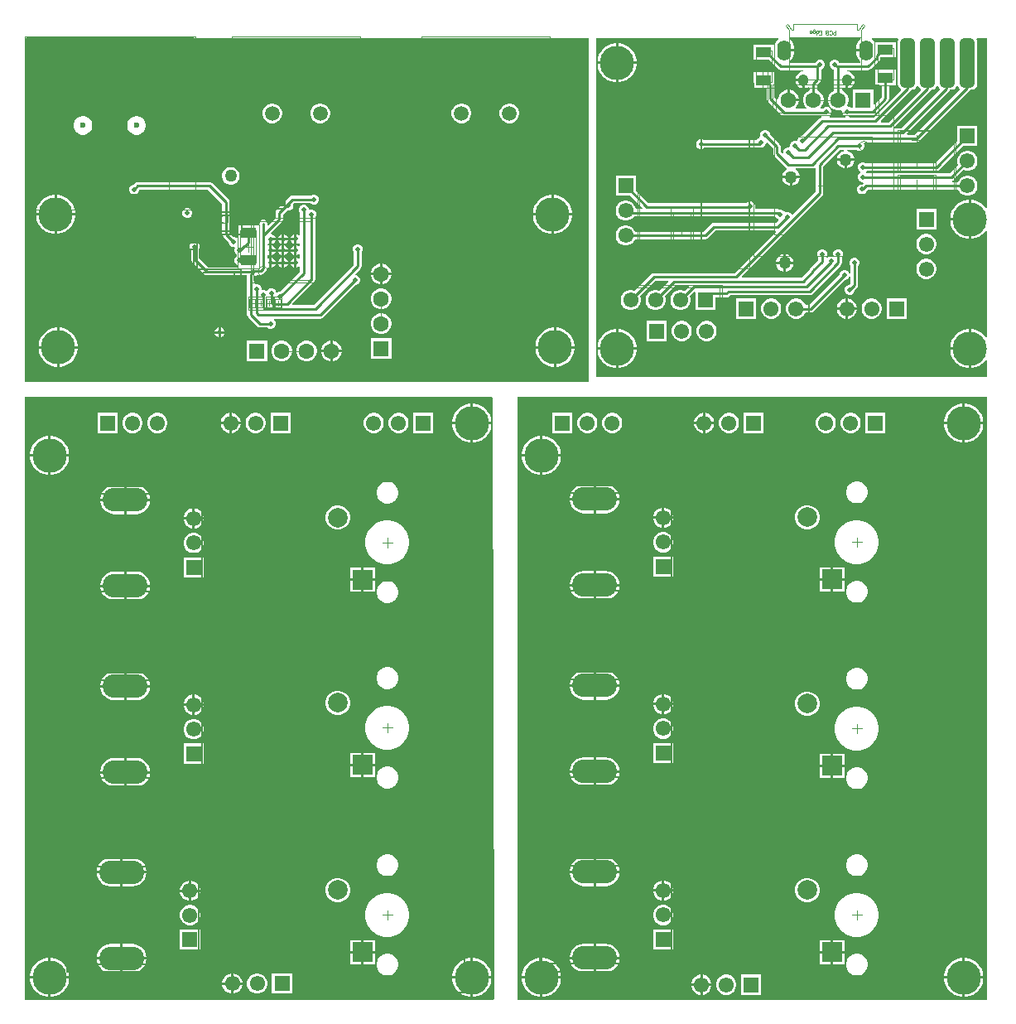
<source format=gbl>
G04*
G04 #@! TF.GenerationSoftware,Altium Limited,Altium Designer,21.0.8 (223)*
G04*
G04 Layer_Physical_Order=2*
G04 Layer_Color=16711680*
%FSLAX25Y25*%
%MOIN*%
G70*
G04*
G04 #@! TF.SameCoordinates,0C819516-2B0F-4561-8A23-745D184D752D*
G04*
G04*
G04 #@! TF.FilePolarity,Positive*
G04*
G01*
G75*
%ADD13C,0.00500*%
%ADD14C,0.00787*%
%ADD15C,0.01000*%
%ADD16C,0.00394*%
%ADD17C,0.00300*%
%ADD18C,0.00200*%
%ADD19C,0.00197*%
G04:AMPARAMS|DCode=84|XSize=94.49mil|YSize=181.1mil|CornerRadius=47.24mil|HoleSize=0mil|Usage=FLASHONLY|Rotation=90.000|XOffset=0mil|YOffset=0mil|HoleType=Round|Shape=RoundedRectangle|*
%AMROUNDEDRECTD84*
21,1,0.09449,0.08661,0,0,90.0*
21,1,0.00000,0.18110,0,0,90.0*
1,1,0.09449,0.04331,0.00000*
1,1,0.09449,0.04331,0.00000*
1,1,0.09449,-0.04331,0.00000*
1,1,0.09449,-0.04331,0.00000*
%
%ADD84ROUNDEDRECTD84*%
%ADD85R,0.06102X0.06102*%
%ADD86C,0.06102*%
%ADD90C,0.02362*%
%ADD91C,0.05906*%
%ADD92C,0.06299*%
%ADD93R,0.06299X0.06299*%
%ADD94O,0.04134X0.04921*%
%ADD95R,0.06102X0.06102*%
%ADD96C,0.13780*%
%ADD97R,0.06299X0.06299*%
%ADD98C,0.07874*%
%ADD99R,0.07874X0.07874*%
%ADD100C,0.01968*%
%ADD101C,0.05000*%
G04:AMPARAMS|DCode=102|XSize=60mil|YSize=196.85mil|CornerRadius=15mil|HoleSize=0mil|Usage=FLASHONLY|Rotation=0.000|XOffset=0mil|YOffset=0mil|HoleType=Round|Shape=RoundedRectangle|*
%AMROUNDEDRECTD102*
21,1,0.06000,0.16685,0,0,0.0*
21,1,0.03000,0.19685,0,0,0.0*
1,1,0.03000,0.01500,-0.08343*
1,1,0.03000,-0.01500,-0.08343*
1,1,0.03000,-0.01500,0.08343*
1,1,0.03000,0.01500,0.08343*
%
%ADD102ROUNDEDRECTD102*%
%ADD103R,0.06496X0.04331*%
%ADD104O,0.05512X0.08268*%
G36*
X435502Y498971D02*
X434998Y498584D01*
X434396Y497800D01*
X434018Y496886D01*
X433889Y495905D01*
Y495028D01*
X437677D01*
Y494028D01*
X433889D01*
Y493150D01*
X434018Y492169D01*
X434396Y491255D01*
X434998Y490471D01*
X435574Y490029D01*
X435404Y489529D01*
X426843D01*
X426682Y489917D01*
X426124Y490475D01*
X425395Y490777D01*
X424605D01*
X423876Y490475D01*
X423318Y489917D01*
X423016Y489188D01*
Y488398D01*
X423318Y487669D01*
X423876Y487111D01*
X424605Y486809D01*
X424904D01*
Y478368D01*
X424898Y478367D01*
X423952Y477820D01*
X423179Y477048D01*
X422633Y476102D01*
X422350Y475046D01*
Y473954D01*
X422633Y472898D01*
X423179Y471952D01*
X423952Y471179D01*
X424898Y470633D01*
X425954Y470350D01*
X427046D01*
X427715Y470530D01*
X427850Y470446D01*
X428146Y470127D01*
Y469475D01*
X428448Y468745D01*
X429007Y468187D01*
X429388Y468029D01*
X429288Y467529D01*
X423230D01*
X423139Y467706D01*
X423077Y468029D01*
X423566Y468519D01*
X423868Y469248D01*
Y470038D01*
X423566Y470767D01*
X423008Y471325D01*
X422279Y471627D01*
X421489D01*
X420760Y471325D01*
X420478Y471043D01*
X419619D01*
X419412Y471543D01*
X419820Y471952D01*
X420367Y472898D01*
X420650Y473954D01*
Y475046D01*
X420367Y476102D01*
X419820Y477048D01*
X419048Y477820D01*
X418102Y478367D01*
X418029Y478386D01*
Y480534D01*
X419180Y481685D01*
X419511Y482181D01*
X419628Y482766D01*
Y486719D01*
X420315Y487004D01*
X420873Y487562D01*
X421175Y488291D01*
Y489081D01*
X420873Y489810D01*
X420315Y490368D01*
X419586Y490670D01*
X418796D01*
X418067Y490368D01*
X417509Y489810D01*
X417393Y489529D01*
X407076D01*
X406907Y490029D01*
X407482Y490471D01*
X408084Y491255D01*
X408462Y492169D01*
X408592Y493150D01*
Y494028D01*
X404803D01*
Y495028D01*
X408592D01*
Y495905D01*
X408462Y496886D01*
X408084Y497800D01*
X407482Y498584D01*
X406978Y498971D01*
X407148Y499471D01*
X435332D01*
X435502Y498971D01*
D02*
G37*
G36*
X486471Y431130D02*
X485992Y430985D01*
X485628Y431529D01*
X484529Y432628D01*
X483237Y433492D01*
X481801Y434087D01*
X480277Y434390D01*
X480000D01*
Y426500D01*
Y418610D01*
X480277D01*
X481801Y418913D01*
X483237Y419508D01*
X484529Y420372D01*
X485628Y421471D01*
X485992Y422015D01*
X486471Y421870D01*
Y379130D01*
X485992Y378985D01*
X485628Y379529D01*
X484529Y380628D01*
X483237Y381492D01*
X481801Y382087D01*
X480277Y382390D01*
X480000D01*
Y374500D01*
Y366610D01*
X480277D01*
X481801Y366913D01*
X483237Y367508D01*
X484529Y368372D01*
X485628Y369471D01*
X485992Y370015D01*
X486471Y369870D01*
Y363000D01*
X329000D01*
Y499471D01*
X402458D01*
X402628Y498971D01*
X402124Y498584D01*
X401522Y497800D01*
X401208Y497040D01*
X400748Y496886D01*
X400748Y496886D01*
X400748Y496886D01*
X392252D01*
Y490555D01*
X398585D01*
X402222Y486919D01*
X402718Y486587D01*
X403303Y486471D01*
X412322D01*
X412355Y485971D01*
X411680Y485882D01*
X410934Y485573D01*
X410293Y485081D01*
X409801Y484440D01*
X409492Y483694D01*
X409401Y483000D01*
X412480D01*
Y482500D01*
X412980D01*
Y479079D01*
X413281Y479118D01*
X414027Y479427D01*
X414471Y479768D01*
X414971Y479521D01*
Y478386D01*
X414898Y478367D01*
X413952Y477820D01*
X413179Y477048D01*
X412633Y476102D01*
X412350Y475046D01*
Y473954D01*
X412633Y472898D01*
X413179Y471952D01*
X413588Y471543D01*
X413381Y471043D01*
X409619D01*
X409412Y471543D01*
X409821Y471952D01*
X410367Y472898D01*
X410650Y473954D01*
Y474000D01*
X406500D01*
Y474500D01*
X406000D01*
Y478650D01*
X405954D01*
X404898Y478367D01*
X403952Y477820D01*
X403180Y477048D01*
X402633Y476102D01*
X402350Y475046D01*
Y474890D01*
X401889Y474699D01*
X400777Y475810D01*
Y480835D01*
X400748Y480982D01*
Y485665D01*
X392252D01*
Y479335D01*
X397719D01*
Y475176D01*
X397835Y474591D01*
X398167Y474095D01*
X403829Y468432D01*
X404325Y468101D01*
X404911Y467984D01*
X419725D01*
X419774Y467485D01*
X419415Y467413D01*
X418919Y467081D01*
X411821Y459984D01*
X411605D01*
X410876Y459682D01*
X410318Y459124D01*
X410016Y458395D01*
Y458177D01*
X409600Y457899D01*
X409395Y457984D01*
X408605D01*
X407876Y457682D01*
X407318Y457124D01*
X407016Y456395D01*
Y455946D01*
X406920Y455580D01*
X406554Y455484D01*
X406105D01*
X405376Y455182D01*
X404818Y454624D01*
X404516Y453895D01*
Y453354D01*
X404016Y453147D01*
X403353Y453810D01*
Y455676D01*
X403237Y456261D01*
X402905Y456758D01*
X398984Y460679D01*
Y460895D01*
X398682Y461624D01*
X398124Y462182D01*
X397395Y462484D01*
X396605D01*
X395876Y462182D01*
X395318Y461624D01*
X395016Y460895D01*
Y460105D01*
X395082Y459946D01*
X394787Y459352D01*
X394376Y459182D01*
X393818Y458624D01*
X393675Y458279D01*
X372527D01*
X372374Y458432D01*
X371645Y458734D01*
X370855D01*
X370126Y458432D01*
X369568Y457874D01*
X369266Y457145D01*
Y456355D01*
X369568Y455626D01*
X370126Y455068D01*
X370855Y454766D01*
X371645D01*
X372374Y455068D01*
X372527Y455221D01*
X394750D01*
X395335Y455337D01*
X395603Y455516D01*
X395895D01*
X396624Y455818D01*
X397182Y456376D01*
X397484Y457105D01*
Y457200D01*
X397946Y457391D01*
X400294Y455043D01*
Y453176D01*
X400411Y452591D01*
X400742Y452095D01*
X405419Y447419D01*
X405821Y447150D01*
X405876Y446785D01*
X405852Y446590D01*
X405351Y446301D01*
X404699Y445649D01*
X404239Y444851D01*
X404010Y444000D01*
X410990D01*
X410761Y444851D01*
X410301Y445649D01*
X409649Y446301D01*
X409355Y446471D01*
X409489Y446971D01*
X416000D01*
X416585Y447087D01*
X416971Y447344D01*
X417471Y447169D01*
Y437634D01*
X408248Y428411D01*
X407758Y428509D01*
X407698Y428653D01*
X407140Y429211D01*
X406410Y429513D01*
X405621D01*
X405321Y429389D01*
X404682Y429624D01*
X404124Y430182D01*
X403395Y430484D01*
X402773D01*
X402709Y430527D01*
X402124Y430644D01*
X393202D01*
X392924Y431059D01*
X392984Y431204D01*
Y431993D01*
X392682Y432722D01*
X392124Y433281D01*
X391395Y433583D01*
X390605D01*
X389876Y433281D01*
X389625Y433029D01*
X350133D01*
X345051Y438112D01*
Y444051D01*
X336949D01*
Y435949D01*
X342888D01*
X347732Y431106D01*
X347540Y430644D01*
X345022D01*
X344775Y431564D01*
X344242Y432487D01*
X343488Y433242D01*
X342564Y433775D01*
X341533Y434051D01*
X340467D01*
X339436Y433775D01*
X338512Y433242D01*
X337758Y432487D01*
X337225Y431564D01*
X336949Y430533D01*
Y429467D01*
X337225Y428436D01*
X337758Y427513D01*
X338512Y426758D01*
X339436Y426225D01*
X340467Y425949D01*
X341533D01*
X342564Y426225D01*
X343488Y426758D01*
X344242Y427513D01*
X344284Y427585D01*
X401231D01*
X401318Y427376D01*
X401876Y426818D01*
X402271Y426654D01*
X402388Y426064D01*
X401353Y425029D01*
X376500D01*
X375915Y424913D01*
X375419Y424581D01*
X372366Y421529D01*
X344784D01*
X344775Y421564D01*
X344242Y422487D01*
X343488Y423242D01*
X342564Y423775D01*
X341533Y424051D01*
X340467D01*
X339436Y423775D01*
X338512Y423242D01*
X337758Y422487D01*
X337225Y421564D01*
X336949Y420533D01*
Y419467D01*
X337225Y418436D01*
X337758Y417513D01*
X338512Y416758D01*
X339436Y416225D01*
X340467Y415949D01*
X341533D01*
X342564Y416225D01*
X343488Y416758D01*
X344242Y417513D01*
X344775Y418436D01*
X344784Y418471D01*
X373000D01*
X373585Y418587D01*
X374081Y418919D01*
X377133Y421971D01*
X401154D01*
X401346Y421509D01*
X384654Y404817D01*
X352287D01*
X351702Y404700D01*
X351206Y404369D01*
X344595Y397757D01*
X344564Y397775D01*
X343533Y398051D01*
X342467D01*
X341436Y397775D01*
X340512Y397242D01*
X339758Y396487D01*
X339225Y395564D01*
X338949Y394533D01*
Y393467D01*
X339225Y392436D01*
X339758Y391512D01*
X340512Y390758D01*
X341436Y390225D01*
X342467Y389949D01*
X343533D01*
X344564Y390225D01*
X345487Y390758D01*
X346242Y391512D01*
X346775Y392436D01*
X347051Y393467D01*
Y394533D01*
X346775Y395564D01*
X346757Y395595D01*
X352921Y401758D01*
X357942D01*
X358133Y401296D01*
X354594Y397757D01*
X354564Y397775D01*
X353533Y398051D01*
X352467D01*
X351436Y397775D01*
X350513Y397242D01*
X349758Y396487D01*
X349225Y395564D01*
X348949Y394533D01*
Y393467D01*
X349225Y392436D01*
X349758Y391512D01*
X350513Y390758D01*
X351436Y390225D01*
X352467Y389949D01*
X353533D01*
X354564Y390225D01*
X355487Y390758D01*
X356242Y391512D01*
X356775Y392436D01*
X357051Y393467D01*
Y394533D01*
X356775Y395564D01*
X356757Y395595D01*
X361134Y399971D01*
X366154D01*
X366346Y399509D01*
X364595Y397757D01*
X364564Y397775D01*
X363533Y398051D01*
X362467D01*
X361436Y397775D01*
X360512Y397242D01*
X359758Y396487D01*
X359225Y395564D01*
X358949Y394533D01*
Y393467D01*
X359225Y392436D01*
X359758Y391512D01*
X360512Y390758D01*
X361436Y390225D01*
X362467Y389949D01*
X363533D01*
X364564Y390225D01*
X365488Y390758D01*
X366242Y391512D01*
X366775Y392436D01*
X367051Y393467D01*
Y394533D01*
X366775Y395564D01*
X366757Y395595D01*
X368487Y397324D01*
X368949Y397133D01*
Y389949D01*
X377051D01*
Y395022D01*
X381551D01*
X382137Y395138D01*
X382633Y395470D01*
X383134Y395971D01*
X415000D01*
X415585Y396087D01*
X416081Y396419D01*
X427521Y407858D01*
X427852Y408354D01*
X427969Y408940D01*
Y411163D01*
X428182Y411376D01*
X428484Y412105D01*
Y412895D01*
X428182Y413624D01*
X427624Y414182D01*
X427115Y414393D01*
X427085Y414413D01*
X427050Y414420D01*
X426895Y414484D01*
X426727D01*
X426500Y414529D01*
X426273Y414484D01*
X426105D01*
X425950Y414420D01*
X425915Y414413D01*
X425885Y414393D01*
X425376Y414182D01*
X424818Y413624D01*
X424516Y412895D01*
Y412105D01*
X424604Y411892D01*
X424221Y411510D01*
X423999Y411602D01*
X423210D01*
X422480Y411300D01*
X422331Y411151D01*
X421934Y411175D01*
X421751Y411278D01*
X421719Y411465D01*
X421984Y412105D01*
Y412895D01*
X421682Y413624D01*
X421124Y414182D01*
X420395Y414484D01*
X419605D01*
X418876Y414182D01*
X418318Y413624D01*
X418016Y412895D01*
Y412105D01*
X418318Y411376D01*
X418471Y411223D01*
Y410134D01*
X415327Y406990D01*
X414996Y406494D01*
X414974Y406385D01*
X411618Y403029D01*
X387846D01*
X387654Y403491D01*
X420081Y435919D01*
X420413Y436415D01*
X420529Y437000D01*
Y447866D01*
X427134Y454471D01*
X428864D01*
X428930Y453971D01*
X428149Y453761D01*
X427351Y453301D01*
X426699Y452649D01*
X426238Y451851D01*
X426011Y451000D01*
X432990D01*
X432761Y451851D01*
X432301Y452649D01*
X431649Y453301D01*
X430851Y453761D01*
X430070Y453971D01*
X430136Y454471D01*
X433723D01*
X433876Y454318D01*
X434605Y454016D01*
X435395D01*
X436124Y454318D01*
X436682Y454876D01*
X436984Y455605D01*
Y456395D01*
X436746Y456971D01*
X436989Y457471D01*
X458000D01*
X458585Y457587D01*
X459081Y457919D01*
X479581Y478419D01*
X479708Y478609D01*
X480000D01*
X480975Y478802D01*
X481802Y479355D01*
X482355Y480182D01*
X482549Y481157D01*
Y497843D01*
X482355Y498818D01*
X482213Y499030D01*
X482449Y499471D01*
X486471D01*
Y431130D01*
D02*
G37*
G36*
X450786Y499030D02*
X450645Y498818D01*
X450451Y497843D01*
Y481157D01*
X450645Y480182D01*
X451198Y479355D01*
X451670Y479040D01*
X451733Y478396D01*
X440867Y467529D01*
X430973D01*
X430874Y468029D01*
X431255Y468187D01*
X431389Y468321D01*
X440271D01*
X440856Y468437D01*
X441352Y468769D01*
X446581Y473998D01*
X446913Y474494D01*
X447029Y475079D01*
Y480335D01*
X449748D01*
Y486665D01*
X441252D01*
Y480335D01*
X443971D01*
Y475713D01*
X441112Y472854D01*
X440650Y473045D01*
Y478650D01*
X432350D01*
Y471380D01*
X431426D01*
X431255Y471552D01*
X430525Y471854D01*
X430341D01*
X430052Y472354D01*
X430367Y472898D01*
X430650Y473954D01*
Y475046D01*
X430367Y476102D01*
X429820Y477048D01*
X429048Y477820D01*
X428102Y478367D01*
X427962Y478404D01*
Y479239D01*
X428411Y479460D01*
X428453Y479427D01*
X429199Y479118D01*
X429500Y479079D01*
Y482500D01*
X430000D01*
Y483000D01*
X433079D01*
X432988Y483694D01*
X432679Y484440D01*
X432187Y485081D01*
X431547Y485573D01*
X430801Y485882D01*
X430125Y485971D01*
X430158Y486471D01*
X438546D01*
X439132Y486587D01*
X439628Y486919D01*
X443014Y490305D01*
X443346Y490801D01*
X443463Y491387D01*
Y491555D01*
X449748D01*
Y497886D01*
X441252D01*
X441252Y497886D01*
Y497886D01*
X440790Y498019D01*
X440356Y498584D01*
X439852Y498971D01*
X440022Y499471D01*
X450551D01*
X450786Y499030D01*
D02*
G37*
G36*
X459198Y479355D02*
X459670Y479040D01*
X459733Y478396D01*
X446867Y465529D01*
X443846D01*
X443654Y465991D01*
X455581Y477919D01*
X455913Y478415D01*
X455951Y478609D01*
X456000D01*
X456976Y478802D01*
X457802Y479355D01*
X458216Y479973D01*
X458784D01*
X459198Y479355D01*
D02*
G37*
G36*
X467198D02*
X467466Y479176D01*
X467515Y478678D01*
X451866Y463029D01*
X449346D01*
X449154Y463491D01*
X463581Y477919D01*
X463913Y478415D01*
X463951Y478609D01*
X464000D01*
X464976Y478802D01*
X465802Y479355D01*
X466216Y479973D01*
X466784D01*
X467198Y479355D01*
D02*
G37*
G36*
X475198D02*
X475466Y479176D01*
X475515Y478678D01*
X457367Y460529D01*
X454346D01*
X454154Y460991D01*
X471081Y477919D01*
X471413Y478415D01*
X471452Y478609D01*
X472000D01*
X472975Y478802D01*
X473802Y479355D01*
X474216Y479973D01*
X474785D01*
X475198Y479355D01*
D02*
G37*
G36*
X326000Y361000D02*
X99029D01*
Y499471D01*
X326000D01*
Y361000D01*
D02*
G37*
G36*
X486471Y112529D02*
X297500D01*
Y354925D01*
X486471Y354925D01*
Y112529D01*
D02*
G37*
G36*
X287500Y354500D02*
X287996Y112883D01*
X287643Y112529D01*
X99029D01*
X99029Y355000D01*
X287000Y355000D01*
X287500Y354500D01*
D02*
G37*
%LPC*%
G36*
X338277Y497390D02*
X338000D01*
Y490000D01*
X345390D01*
Y490277D01*
X345087Y491801D01*
X344492Y493237D01*
X343628Y494529D01*
X342529Y495628D01*
X341237Y496492D01*
X339801Y497087D01*
X338277Y497390D01*
D02*
G37*
G36*
X337000D02*
X336723D01*
X335199Y497087D01*
X333763Y496492D01*
X332471Y495628D01*
X331372Y494529D01*
X330508Y493237D01*
X329913Y491801D01*
X329610Y490277D01*
Y490000D01*
X337000D01*
Y497390D01*
D02*
G37*
G36*
X345390Y489000D02*
X338000D01*
Y481610D01*
X338277D01*
X339801Y481913D01*
X341237Y482508D01*
X342529Y483372D01*
X343628Y484471D01*
X344492Y485763D01*
X345087Y487199D01*
X345390Y488723D01*
Y489000D01*
D02*
G37*
G36*
X337000D02*
X329610D01*
Y488723D01*
X329913Y487199D01*
X330508Y485763D01*
X331372Y484471D01*
X332471Y483372D01*
X333763Y482508D01*
X335199Y481913D01*
X336723Y481610D01*
X337000D01*
Y489000D01*
D02*
G37*
G36*
X411980Y482000D02*
X409401D01*
X409492Y481306D01*
X409801Y480560D01*
X410293Y479919D01*
X410934Y479427D01*
X411680Y479118D01*
X411980Y479079D01*
Y482000D01*
D02*
G37*
G36*
X407046Y478650D02*
X407000D01*
Y475000D01*
X410650D01*
Y475046D01*
X410367Y476102D01*
X409821Y477048D01*
X409048Y477820D01*
X408102Y478367D01*
X407046Y478650D01*
D02*
G37*
G36*
X482551Y464051D02*
X474449D01*
Y458112D01*
X465367Y449029D01*
X437777D01*
X437624Y449182D01*
X436895Y449484D01*
X436105D01*
X435376Y449182D01*
X434818Y448624D01*
X434516Y447895D01*
Y447105D01*
X434818Y446376D01*
X435376Y445818D01*
X435490Y445771D01*
Y445229D01*
X435376Y445182D01*
X434818Y444624D01*
X434516Y443895D01*
Y443105D01*
X434818Y442376D01*
X435376Y441818D01*
X436105Y441516D01*
X436404D01*
X436539Y441281D01*
X436588Y441016D01*
X436107Y440535D01*
X435682D01*
X434953Y440233D01*
X434395Y439675D01*
X434093Y438945D01*
Y438156D01*
X434395Y437427D01*
X434953Y436868D01*
X435682Y436566D01*
X436472D01*
X437201Y436868D01*
X437759Y437427D01*
X438061Y438156D01*
Y438163D01*
X438369Y438471D01*
X474716D01*
X474725Y438436D01*
X475258Y437512D01*
X476013Y436758D01*
X476936Y436225D01*
X477967Y435949D01*
X479033D01*
X480064Y436225D01*
X480988Y436758D01*
X481742Y437512D01*
X482275Y438436D01*
X482551Y439467D01*
Y440533D01*
X482275Y441564D01*
X481742Y442487D01*
X480988Y443242D01*
X480064Y443775D01*
X479033Y444051D01*
X477967D01*
X476936Y443775D01*
X476013Y443242D01*
X475258Y442487D01*
X474725Y441564D01*
X474716Y441529D01*
X472345D01*
X472296Y442029D01*
X472585Y442087D01*
X473081Y442419D01*
X476905Y446243D01*
X476936Y446225D01*
X477967Y445949D01*
X479033D01*
X480064Y446225D01*
X480988Y446758D01*
X481742Y447512D01*
X482275Y448436D01*
X482551Y449467D01*
Y450533D01*
X482275Y451564D01*
X481742Y452488D01*
X480988Y453242D01*
X480064Y453775D01*
X479033Y454051D01*
X477967D01*
X476936Y453775D01*
X476013Y453242D01*
X475258Y452488D01*
X474725Y451564D01*
X474449Y450533D01*
Y449467D01*
X474725Y448436D01*
X474743Y448406D01*
X471367Y445029D01*
X437777D01*
X437662Y445145D01*
X437627Y445531D01*
X437628Y445691D01*
X437927Y445971D01*
X466000D01*
X466585Y446087D01*
X467081Y446419D01*
X476612Y455949D01*
X482551D01*
Y464051D01*
D02*
G37*
G36*
X432990Y450000D02*
X430000D01*
Y447011D01*
X430851Y447238D01*
X431649Y447699D01*
X432301Y448351D01*
X432761Y449149D01*
X432990Y450000D01*
D02*
G37*
G36*
X429000D02*
X426011D01*
X426238Y449149D01*
X426699Y448351D01*
X427351Y447699D01*
X428149Y447238D01*
X429000Y447011D01*
Y450000D01*
D02*
G37*
G36*
X410990Y443000D02*
X408000D01*
Y440010D01*
X408851Y440239D01*
X409649Y440699D01*
X410301Y441351D01*
X410761Y442149D01*
X410990Y443000D01*
D02*
G37*
G36*
X407000D02*
X404010D01*
X404239Y442149D01*
X404699Y441351D01*
X405351Y440699D01*
X406149Y440239D01*
X407000Y440010D01*
Y443000D01*
D02*
G37*
G36*
X479000Y434390D02*
X478723D01*
X477199Y434087D01*
X475763Y433492D01*
X474471Y432628D01*
X473372Y431529D01*
X472508Y430237D01*
X471913Y428801D01*
X471610Y427277D01*
Y427000D01*
X479000D01*
Y434390D01*
D02*
G37*
G36*
X466051Y430551D02*
X457949D01*
Y422449D01*
X466051D01*
Y430551D01*
D02*
G37*
G36*
X479000Y426000D02*
X471610D01*
Y425723D01*
X471913Y424199D01*
X472508Y422763D01*
X473372Y421471D01*
X474471Y420372D01*
X475763Y419508D01*
X477199Y418913D01*
X478723Y418610D01*
X479000D01*
Y426000D01*
D02*
G37*
G36*
X462533Y420551D02*
X461467D01*
X460436Y420275D01*
X459513Y419742D01*
X458758Y418988D01*
X458225Y418064D01*
X457949Y417033D01*
Y415967D01*
X458225Y414936D01*
X458758Y414012D01*
X459513Y413258D01*
X460436Y412725D01*
X461467Y412449D01*
X462533D01*
X463564Y412725D01*
X464488Y413258D01*
X465242Y414012D01*
X465775Y414936D01*
X466051Y415967D01*
Y417033D01*
X465775Y418064D01*
X465242Y418988D01*
X464488Y419742D01*
X463564Y420275D01*
X462533Y420551D01*
D02*
G37*
G36*
X405500Y412490D02*
Y409500D01*
X408490D01*
X408261Y410351D01*
X407801Y411149D01*
X407149Y411801D01*
X406351Y412261D01*
X405500Y412490D01*
D02*
G37*
G36*
X404500D02*
X403649Y412261D01*
X402851Y411801D01*
X402199Y411149D01*
X401739Y410351D01*
X401510Y409500D01*
X404500D01*
Y412490D01*
D02*
G37*
G36*
X408490Y408500D02*
X405500D01*
Y405511D01*
X406351Y405738D01*
X407149Y406199D01*
X407801Y406851D01*
X408261Y407649D01*
X408490Y408500D01*
D02*
G37*
G36*
X404500D02*
X401510D01*
X401739Y407649D01*
X402199Y406851D01*
X402851Y406199D01*
X403649Y405738D01*
X404500Y405511D01*
Y408500D01*
D02*
G37*
G36*
X433395Y410984D02*
X432605D01*
X431876Y410682D01*
X431318Y410124D01*
X431016Y409395D01*
Y408605D01*
X431318Y407876D01*
X431471Y407723D01*
Y404532D01*
X430984Y404499D01*
X430682Y405228D01*
X430124Y405787D01*
X429395Y406089D01*
X428605D01*
X427876Y405787D01*
X427318Y405228D01*
X427016Y404499D01*
Y404283D01*
X414762Y392029D01*
X413284D01*
X413275Y392064D01*
X412742Y392987D01*
X411987Y393742D01*
X411064Y394275D01*
X410033Y394551D01*
X408967D01*
X407936Y394275D01*
X407013Y393742D01*
X406258Y392987D01*
X405725Y392064D01*
X405449Y391033D01*
Y389967D01*
X405725Y388936D01*
X406258Y388013D01*
X407013Y387258D01*
X407936Y386725D01*
X408967Y386449D01*
X410033D01*
X411064Y386725D01*
X411987Y387258D01*
X412742Y388013D01*
X413275Y388936D01*
X413284Y388971D01*
X415396D01*
X415981Y389087D01*
X416477Y389419D01*
X429179Y402120D01*
X429395D01*
X430124Y402422D01*
X430682Y402980D01*
X430984Y403710D01*
X431471Y403677D01*
Y400585D01*
X430966Y400080D01*
X430749D01*
X430020Y399778D01*
X429462Y399220D01*
X429160Y398491D01*
Y397701D01*
X429462Y396972D01*
X430020Y396414D01*
X430749Y396112D01*
X431539D01*
X432268Y396414D01*
X432826Y396972D01*
X433128Y397701D01*
Y397918D01*
X434081Y398870D01*
X434413Y399367D01*
X434529Y399952D01*
Y407723D01*
X434682Y407876D01*
X434984Y408605D01*
Y409395D01*
X434682Y410124D01*
X434124Y410682D01*
X433395Y410984D01*
D02*
G37*
G36*
X462533Y410551D02*
X461467D01*
X460436Y410275D01*
X459513Y409742D01*
X458758Y408988D01*
X458225Y408064D01*
X457949Y407033D01*
Y405967D01*
X458225Y404936D01*
X458758Y404012D01*
X459513Y403258D01*
X460436Y402725D01*
X461467Y402449D01*
X462533D01*
X463564Y402725D01*
X464488Y403258D01*
X465242Y404012D01*
X465775Y404936D01*
X466051Y405967D01*
Y407033D01*
X465775Y408064D01*
X465242Y408988D01*
X464488Y409742D01*
X463564Y410275D01*
X462533Y410551D01*
D02*
G37*
G36*
X430533Y394551D02*
X430500D01*
Y391000D01*
X434051D01*
Y391033D01*
X433775Y392064D01*
X433242Y392987D01*
X432487Y393742D01*
X431564Y394275D01*
X430533Y394551D01*
D02*
G37*
G36*
X429500D02*
X429467D01*
X428436Y394275D01*
X427513Y393742D01*
X426758Y392987D01*
X426225Y392064D01*
X425949Y391033D01*
Y391000D01*
X429500D01*
Y394551D01*
D02*
G37*
G36*
X454051D02*
X445949D01*
Y386449D01*
X454051D01*
Y394551D01*
D02*
G37*
G36*
X440533D02*
X439467D01*
X438436Y394275D01*
X437512Y393742D01*
X436758Y392987D01*
X436225Y392064D01*
X435949Y391033D01*
Y389967D01*
X436225Y388936D01*
X436758Y388013D01*
X437512Y387258D01*
X438436Y386725D01*
X439467Y386449D01*
X440533D01*
X441564Y386725D01*
X442487Y387258D01*
X443242Y388013D01*
X443775Y388936D01*
X444051Y389967D01*
Y391033D01*
X443775Y392064D01*
X443242Y392987D01*
X442487Y393742D01*
X441564Y394275D01*
X440533Y394551D01*
D02*
G37*
G36*
X434051Y390000D02*
X430500D01*
Y386449D01*
X430533D01*
X431564Y386725D01*
X432487Y387258D01*
X433242Y388013D01*
X433775Y388936D01*
X434051Y389967D01*
Y390000D01*
D02*
G37*
G36*
X429500D02*
X425949D01*
Y389967D01*
X426225Y388936D01*
X426758Y388013D01*
X427513Y387258D01*
X428436Y386725D01*
X429467Y386449D01*
X429500D01*
Y390000D01*
D02*
G37*
G36*
X400033Y394551D02*
X398967D01*
X397936Y394275D01*
X397012Y393742D01*
X396258Y392987D01*
X395725Y392064D01*
X395449Y391033D01*
Y389967D01*
X395725Y388936D01*
X396258Y388013D01*
X397012Y387258D01*
X397936Y386725D01*
X398967Y386449D01*
X400033D01*
X401064Y386725D01*
X401988Y387258D01*
X402742Y388013D01*
X403275Y388936D01*
X403551Y389967D01*
Y391033D01*
X403275Y392064D01*
X402742Y392987D01*
X401988Y393742D01*
X401064Y394275D01*
X400033Y394551D01*
D02*
G37*
G36*
X393551D02*
X385449D01*
Y386449D01*
X393551D01*
Y394551D01*
D02*
G37*
G36*
X374033Y385551D02*
X372967D01*
X371936Y385275D01*
X371012Y384742D01*
X370258Y383987D01*
X369725Y383064D01*
X369449Y382033D01*
Y380967D01*
X369725Y379936D01*
X370258Y379012D01*
X371012Y378258D01*
X371936Y377725D01*
X372967Y377449D01*
X374033D01*
X375064Y377725D01*
X375988Y378258D01*
X376742Y379012D01*
X377275Y379936D01*
X377551Y380967D01*
Y382033D01*
X377275Y383064D01*
X376742Y383987D01*
X375988Y384742D01*
X375064Y385275D01*
X374033Y385551D01*
D02*
G37*
G36*
X364033D02*
X362967D01*
X361936Y385275D01*
X361013Y384742D01*
X360258Y383987D01*
X359725Y383064D01*
X359449Y382033D01*
Y380967D01*
X359725Y379936D01*
X360258Y379012D01*
X361013Y378258D01*
X361936Y377725D01*
X362967Y377449D01*
X364033D01*
X365064Y377725D01*
X365987Y378258D01*
X366742Y379012D01*
X367275Y379936D01*
X367551Y380967D01*
Y382033D01*
X367275Y383064D01*
X366742Y383987D01*
X365987Y384742D01*
X365064Y385275D01*
X364033Y385551D01*
D02*
G37*
G36*
X357551D02*
X349449D01*
Y377449D01*
X357551D01*
Y385551D01*
D02*
G37*
G36*
X479000Y382390D02*
X478723D01*
X477199Y382087D01*
X475763Y381492D01*
X474471Y380628D01*
X473372Y379529D01*
X472508Y378237D01*
X471913Y376801D01*
X471610Y375277D01*
Y375000D01*
X479000D01*
Y382390D01*
D02*
G37*
G36*
X338277D02*
X338000D01*
Y375000D01*
X345390D01*
Y375277D01*
X345087Y376801D01*
X344492Y378237D01*
X343628Y379529D01*
X342529Y380628D01*
X341237Y381492D01*
X339801Y382087D01*
X338277Y382390D01*
D02*
G37*
G36*
X337000D02*
X336723D01*
X335199Y382087D01*
X333763Y381492D01*
X332471Y380628D01*
X331372Y379529D01*
X330508Y378237D01*
X329913Y376801D01*
X329610Y375277D01*
Y375000D01*
X337000D01*
Y382390D01*
D02*
G37*
G36*
X479000Y374000D02*
X471610D01*
Y373723D01*
X471913Y372199D01*
X472508Y370763D01*
X473372Y369471D01*
X474471Y368372D01*
X475763Y367508D01*
X477199Y366913D01*
X478723Y366610D01*
X479000D01*
Y374000D01*
D02*
G37*
G36*
X345390D02*
X338000D01*
Y366610D01*
X338277D01*
X339801Y366913D01*
X341237Y367508D01*
X342529Y368372D01*
X343628Y369471D01*
X344492Y370763D01*
X345087Y372199D01*
X345390Y373723D01*
Y374000D01*
D02*
G37*
G36*
X337000D02*
X329610D01*
Y373723D01*
X329913Y372199D01*
X330508Y370763D01*
X331372Y369471D01*
X332471Y368372D01*
X333763Y367508D01*
X335199Y366913D01*
X336723Y366610D01*
X337000D01*
Y374000D01*
D02*
G37*
G36*
X433079Y482000D02*
X430500D01*
Y479079D01*
X430801Y479118D01*
X431547Y479427D01*
X432187Y479919D01*
X432679Y480560D01*
X432988Y481306D01*
X433079Y482000D01*
D02*
G37*
G36*
X294666Y473035D02*
X293625D01*
X292620Y472766D01*
X291719Y472246D01*
X290983Y471510D01*
X290462Y470608D01*
X290193Y469603D01*
Y468562D01*
X290462Y467557D01*
X290983Y466656D01*
X291719Y465920D01*
X292620Y465399D01*
X293625Y465130D01*
X294666D01*
X295671Y465399D01*
X296573Y465920D01*
X297309Y466656D01*
X297829Y467557D01*
X298098Y468562D01*
Y469603D01*
X297829Y470608D01*
X297309Y471510D01*
X296573Y472246D01*
X295671Y472766D01*
X294666Y473035D01*
D02*
G37*
G36*
X275375D02*
X274334D01*
X273329Y472766D01*
X272427Y472246D01*
X271691Y471510D01*
X271171Y470608D01*
X270902Y469603D01*
Y468562D01*
X271171Y467557D01*
X271691Y466656D01*
X272427Y465920D01*
X273329Y465399D01*
X274334Y465130D01*
X275375D01*
X276380Y465399D01*
X277281Y465920D01*
X278017Y466656D01*
X278538Y467557D01*
X278807Y468562D01*
Y469603D01*
X278538Y470608D01*
X278017Y471510D01*
X277281Y472246D01*
X276380Y472766D01*
X275375Y473035D01*
D02*
G37*
G36*
X218520D02*
X217480D01*
X216474Y472766D01*
X215573Y472246D01*
X214837Y471510D01*
X214317Y470608D01*
X214047Y469603D01*
Y468562D01*
X214317Y467557D01*
X214837Y466656D01*
X215573Y465920D01*
X216474Y465399D01*
X217480Y465130D01*
X218520D01*
X219526Y465399D01*
X220427Y465920D01*
X221163Y466656D01*
X221683Y467557D01*
X221953Y468562D01*
Y469603D01*
X221683Y470608D01*
X221163Y471510D01*
X220427Y472246D01*
X219526Y472766D01*
X218520Y473035D01*
D02*
G37*
G36*
X199229D02*
X198188D01*
X197183Y472766D01*
X196282Y472246D01*
X195546Y471510D01*
X195025Y470608D01*
X194756Y469603D01*
Y468562D01*
X195025Y467557D01*
X195546Y466656D01*
X196282Y465920D01*
X197183Y465399D01*
X198188Y465130D01*
X199229D01*
X200234Y465399D01*
X201136Y465920D01*
X201872Y466656D01*
X202392Y467557D01*
X202661Y468562D01*
Y469603D01*
X202392Y470608D01*
X201872Y471510D01*
X201136Y472246D01*
X200234Y472766D01*
X199229Y473035D01*
D02*
G37*
G36*
X144577Y468039D02*
X143588D01*
X142633Y467783D01*
X141777Y467289D01*
X141077Y466590D01*
X140583Y465733D01*
X140327Y464778D01*
Y463789D01*
X140583Y462834D01*
X141077Y461977D01*
X141777Y461278D01*
X142633Y460783D01*
X143588Y460528D01*
X144577D01*
X145532Y460783D01*
X146389Y461278D01*
X147088Y461977D01*
X147583Y462834D01*
X147839Y463789D01*
Y464778D01*
X147583Y465733D01*
X147088Y466590D01*
X146389Y467289D01*
X145532Y467783D01*
X144577Y468039D01*
D02*
G37*
G36*
X122924D02*
X121935D01*
X120979Y467783D01*
X120123Y467289D01*
X119424Y466590D01*
X118929Y465733D01*
X118673Y464778D01*
Y463789D01*
X118929Y462834D01*
X119424Y461977D01*
X120123Y461278D01*
X120979Y460783D01*
X121935Y460528D01*
X122924D01*
X123879Y460783D01*
X124735Y461278D01*
X125435Y461977D01*
X125929Y462834D01*
X126185Y463789D01*
Y464778D01*
X125929Y465733D01*
X125435Y466590D01*
X124735Y467289D01*
X123879Y467783D01*
X122924Y468039D01*
D02*
G37*
G36*
X182461Y447500D02*
X181539D01*
X180649Y447261D01*
X179851Y446801D01*
X179199Y446149D01*
X178738Y445351D01*
X178500Y444461D01*
Y443539D01*
X178738Y442649D01*
X179199Y441851D01*
X179851Y441199D01*
X180649Y440738D01*
X181539Y440500D01*
X182461D01*
X183351Y440738D01*
X184149Y441199D01*
X184801Y441851D01*
X185261Y442649D01*
X185500Y443539D01*
Y444461D01*
X185261Y445351D01*
X184801Y446149D01*
X184149Y446801D01*
X183351Y447261D01*
X182461Y447500D01*
D02*
G37*
G36*
X173500Y441529D02*
X144500D01*
X143915Y441413D01*
X143419Y441081D01*
X142821Y440484D01*
X142605D01*
X141876Y440182D01*
X141318Y439624D01*
X141016Y438895D01*
Y438105D01*
X141318Y437376D01*
X141876Y436818D01*
X142605Y436516D01*
X143395D01*
X144124Y436818D01*
X144682Y437376D01*
X144984Y438105D01*
Y438321D01*
X145133Y438471D01*
X172866D01*
X178471Y432866D01*
Y427600D01*
X178565Y427606D01*
X178601D01*
X178627Y427602D01*
X178659Y427599D01*
X178700Y427595D01*
X178740Y427592D01*
X178787Y427581D01*
X178885Y427559D01*
X178994Y427526D01*
X179049Y427504D01*
X179100Y427479D01*
X179151Y427446D01*
X179202Y427413D01*
X179206Y427410D01*
X179213Y427406D01*
X179227Y427395D01*
X179245Y427377D01*
X179264Y427359D01*
X179289Y427333D01*
X179315Y427304D01*
X179344Y427275D01*
X179373Y427239D01*
X179402Y427195D01*
X179435Y427151D01*
X179464Y427104D01*
X179489Y427049D01*
X179518Y426995D01*
X179540Y426936D01*
X179562Y426871D01*
X179235Y426794D01*
Y426798D01*
X179231Y426805D01*
X179224Y426820D01*
X179216Y426838D01*
X179209Y426860D01*
X179198Y426889D01*
X179169Y426947D01*
X179133Y427013D01*
X179089Y427078D01*
X179034Y427140D01*
X178976Y427195D01*
X178969Y427202D01*
X178947Y427217D01*
X178911Y427235D01*
X178863Y427260D01*
X178801Y427282D01*
X178732Y427304D01*
X178649Y427319D01*
X178558Y427322D01*
X178528D01*
X178510Y427319D01*
X178485D01*
X178471Y427317D01*
Y425286D01*
X178532Y425284D01*
X178558D01*
X178579Y425287D01*
X178605D01*
X178630Y425291D01*
X178696Y425306D01*
X178772Y425324D01*
X178849Y425353D01*
X178929Y425393D01*
X178969Y425415D01*
X179005Y425444D01*
X179009Y425448D01*
X179013Y425451D01*
X179024Y425462D01*
X179038Y425473D01*
X179053Y425491D01*
X179071Y425513D01*
X179093Y425535D01*
X179111Y425564D01*
X179133Y425597D01*
X179158Y425633D01*
X179180Y425670D01*
X179202Y425713D01*
X179220Y425761D01*
X179238Y425812D01*
X179256Y425866D01*
X179271Y425924D01*
X179606Y425841D01*
Y425837D01*
X179602Y425823D01*
X179595Y425801D01*
X179584Y425772D01*
X179573Y425739D01*
X179559Y425699D01*
X179540Y425655D01*
X179518Y425608D01*
X179468Y425506D01*
X179402Y425404D01*
X179362Y425353D01*
X179322Y425302D01*
X179278Y425258D01*
X179227Y425215D01*
X179224Y425211D01*
X179216Y425204D01*
X179198Y425197D01*
X179180Y425182D01*
X179151Y425164D01*
X179122Y425146D01*
X179082Y425127D01*
X179042Y425109D01*
X178994Y425087D01*
X178943Y425069D01*
X178889Y425051D01*
X178831Y425033D01*
X178769Y425018D01*
X178703Y425011D01*
X178634Y425004D01*
X178561Y425000D01*
X178521D01*
X178492Y425004D01*
X178471D01*
Y420500D01*
X178587Y419915D01*
X178919Y419419D01*
X181046Y417291D01*
Y417075D01*
X181348Y416346D01*
X181906Y415787D01*
X182636Y415485D01*
X183386D01*
X183539Y415337D01*
X183711Y415062D01*
X183441Y414410D01*
Y413621D01*
X183743Y412892D01*
X184301Y412334D01*
X184471Y412263D01*
Y411722D01*
X184376Y411682D01*
X183818Y411124D01*
X183516Y410395D01*
Y409605D01*
X183818Y408876D01*
X184376Y408318D01*
X184752Y408162D01*
Y407029D01*
X173134D01*
X169029Y411133D01*
Y414223D01*
X169182Y414376D01*
X169484Y415105D01*
Y415895D01*
X169182Y416624D01*
X168624Y417182D01*
X167895Y417484D01*
X167105D01*
X166376Y417182D01*
X165818Y416624D01*
X165516Y415895D01*
Y415105D01*
X165818Y414376D01*
X165971Y414223D01*
Y410500D01*
X166087Y409915D01*
X166419Y409419D01*
X171419Y404419D01*
X171915Y404087D01*
X172500Y403971D01*
X188471D01*
Y388143D01*
X188587Y387558D01*
X188919Y387062D01*
X192562Y383419D01*
X193058Y383087D01*
X193643Y382971D01*
X196723D01*
X196876Y382818D01*
X197605Y382516D01*
X198395D01*
X199124Y382818D01*
X199682Y383376D01*
X199984Y384105D01*
Y384895D01*
X199682Y385624D01*
X199336Y385971D01*
X199543Y386471D01*
X218030D01*
X218615Y386587D01*
X219111Y386919D01*
X232232Y400040D01*
X232449D01*
X233178Y400342D01*
X233736Y400900D01*
X234038Y401630D01*
Y402419D01*
X233736Y403148D01*
X233178Y403707D01*
X232449Y404009D01*
X232325D01*
X232133Y404470D01*
X234142Y406479D01*
X234473Y406975D01*
X234590Y407560D01*
Y413223D01*
X234742Y413376D01*
X235045Y414105D01*
Y414895D01*
X234742Y415624D01*
X234184Y416182D01*
X233455Y416484D01*
X232666D01*
X231936Y416182D01*
X231378Y415624D01*
X231076Y414895D01*
Y414105D01*
X231378Y413376D01*
X231531Y413223D01*
Y408194D01*
X215367Y392029D01*
X207013D01*
X206822Y392491D01*
X215581Y401251D01*
X215913Y401747D01*
X216029Y402333D01*
Y427223D01*
X216182Y427376D01*
X216484Y428105D01*
Y428895D01*
X216182Y429624D01*
X215624Y430182D01*
X214895Y430484D01*
X214105D01*
X213812Y430363D01*
X213312Y430697D01*
Y430708D01*
X213010Y431437D01*
X212452Y431996D01*
X211722Y432298D01*
X210933D01*
X210204Y431996D01*
X209646Y431437D01*
X209343Y430708D01*
Y429919D01*
X209646Y429189D01*
X209798Y429037D01*
Y420310D01*
X209298Y420103D01*
X209166Y420236D01*
X208542Y420494D01*
Y418553D01*
Y416613D01*
X209166Y416871D01*
X209298Y417004D01*
X209798Y416796D01*
Y415757D01*
X209298Y415550D01*
X209166Y415682D01*
X208542Y415941D01*
Y414000D01*
Y412059D01*
X209166Y412318D01*
X209298Y412450D01*
X209798Y412243D01*
Y410757D01*
X209298Y410550D01*
X209166Y410682D01*
X208542Y410941D01*
Y409000D01*
Y407059D01*
X209166Y407318D01*
X209298Y407450D01*
X209798Y407243D01*
Y405461D01*
X201652Y397315D01*
X201436D01*
X200788Y397046D01*
X200535Y397106D01*
X200248Y397261D01*
X199986Y397893D01*
X199427Y398451D01*
X198698Y398753D01*
X197909D01*
X197179Y398451D01*
X196621Y397893D01*
X196586Y397807D01*
X196020Y397748D01*
X195395Y398007D01*
X194930D01*
X194601Y398022D01*
X194468Y398469D01*
Y398817D01*
X194166Y399546D01*
X193608Y400104D01*
X192879Y400407D01*
X192090D01*
X191945Y400347D01*
X191529Y400624D01*
Y403572D01*
X192124Y403818D01*
X192424Y404118D01*
X194148D01*
X194733Y404235D01*
X195229Y404566D01*
X196207Y405545D01*
X196539Y406041D01*
X196655Y406626D01*
Y406885D01*
X197155Y407202D01*
X197500Y407059D01*
Y409000D01*
Y410941D01*
X197155Y410798D01*
X196655Y411115D01*
Y411885D01*
X197155Y412202D01*
X197500Y412059D01*
Y414000D01*
Y415941D01*
X197371Y415887D01*
X196901Y416197D01*
Y416303D01*
X197371Y416613D01*
X197500Y416559D01*
Y418500D01*
X198000D01*
Y419000D01*
X199941D01*
X199682Y419624D01*
X199124Y420182D01*
X198455Y420459D01*
X198235Y420946D01*
X202581Y425293D01*
X202913Y425789D01*
X203029Y426374D01*
Y428500D01*
X204707Y430177D01*
X204854Y430116D01*
X205643D01*
X206372Y430418D01*
X206931Y430977D01*
X207233Y431706D01*
Y432495D01*
X207172Y432642D01*
X207500Y432971D01*
X214223D01*
X214376Y432818D01*
X215105Y432516D01*
X215895D01*
X216624Y432818D01*
X217182Y433376D01*
X217484Y434105D01*
Y434895D01*
X217182Y435624D01*
X216624Y436182D01*
X215895Y436484D01*
X215105D01*
X214376Y436182D01*
X214223Y436029D01*
X206867D01*
X206281Y435913D01*
X205785Y435581D01*
X203776Y433573D01*
X200419Y430215D01*
X200087Y429719D01*
X199971Y429133D01*
Y427007D01*
X197117Y424154D01*
X196655Y424346D01*
Y424827D01*
X196539Y425412D01*
X196207Y425908D01*
X195711Y426240D01*
X195126Y426356D01*
X194541Y426240D01*
X194045Y425908D01*
X193713Y425412D01*
X193597Y424827D01*
Y424631D01*
X193248Y424276D01*
X184752D01*
Y419261D01*
X184252Y419054D01*
X184154Y419152D01*
X183425Y419454D01*
X183209D01*
X181529Y421134D01*
Y433500D01*
X181413Y434085D01*
X181081Y434581D01*
X174581Y441081D01*
X174085Y441413D01*
X173500Y441529D01*
D02*
G37*
G36*
X312277Y436390D02*
X312000D01*
Y429000D01*
X319390D01*
Y429277D01*
X319087Y430801D01*
X318492Y432237D01*
X317628Y433529D01*
X316529Y434628D01*
X315237Y435492D01*
X313801Y436087D01*
X312277Y436390D01*
D02*
G37*
G36*
X311000D02*
X310723D01*
X309199Y436087D01*
X307763Y435492D01*
X306471Y434628D01*
X305372Y433529D01*
X304508Y432237D01*
X303913Y430801D01*
X303610Y429277D01*
Y429000D01*
X311000D01*
Y436390D01*
D02*
G37*
G36*
X112277D02*
X112000D01*
Y429000D01*
X119390D01*
Y429277D01*
X119087Y430801D01*
X118492Y432237D01*
X117628Y433529D01*
X116529Y434628D01*
X115237Y435492D01*
X113801Y436087D01*
X112277Y436390D01*
D02*
G37*
G36*
X111000D02*
X110723D01*
X109199Y436087D01*
X107763Y435492D01*
X106471Y434628D01*
X105372Y433529D01*
X104508Y432237D01*
X103913Y430801D01*
X103610Y429277D01*
Y429000D01*
X111000D01*
Y436390D01*
D02*
G37*
G36*
X164895Y430984D02*
X164105D01*
X163376Y430682D01*
X162818Y430124D01*
X162516Y429395D01*
Y428605D01*
X162818Y427876D01*
X163376Y427318D01*
X164105Y427016D01*
X164895D01*
X165624Y427318D01*
X166182Y427876D01*
X166484Y428605D01*
Y429395D01*
X166182Y430124D01*
X165624Y430682D01*
X164895Y430984D01*
D02*
G37*
G36*
X319390Y428000D02*
X312000D01*
Y420610D01*
X312277D01*
X313801Y420913D01*
X315237Y421508D01*
X316529Y422372D01*
X317628Y423471D01*
X318492Y424763D01*
X319087Y426199D01*
X319390Y427723D01*
Y428000D01*
D02*
G37*
G36*
X311000D02*
X303610D01*
Y427723D01*
X303913Y426199D01*
X304508Y424763D01*
X305372Y423471D01*
X306471Y422372D01*
X307763Y421508D01*
X309199Y420913D01*
X310723Y420610D01*
X311000D01*
Y428000D01*
D02*
G37*
G36*
X119390D02*
X112000D01*
Y420610D01*
X112277D01*
X113801Y420913D01*
X115237Y421508D01*
X116529Y422372D01*
X117628Y423471D01*
X118492Y424763D01*
X119087Y426199D01*
X119390Y427723D01*
Y428000D01*
D02*
G37*
G36*
X111000D02*
X103610D01*
Y427723D01*
X103913Y426199D01*
X104508Y424763D01*
X105372Y423471D01*
X106471Y422372D01*
X107763Y421508D01*
X109199Y420913D01*
X110723Y420610D01*
X111000D01*
Y428000D01*
D02*
G37*
G36*
X207542Y420494D02*
X206918Y420236D01*
X206360Y419677D01*
X206101Y419054D01*
X207542D01*
Y420494D01*
D02*
G37*
G36*
X203500Y420441D02*
Y419000D01*
X204941D01*
X204682Y419624D01*
X204124Y420182D01*
X203500Y420441D01*
D02*
G37*
G36*
X202500D02*
X201876Y420182D01*
X201318Y419624D01*
X201059Y419000D01*
X202500D01*
Y420441D01*
D02*
G37*
G36*
X207542Y418053D02*
X206101D01*
X206360Y417429D01*
X206918Y416871D01*
X207542Y416613D01*
Y418053D01*
D02*
G37*
G36*
X204941Y418000D02*
X203500D01*
Y416559D01*
X204124Y416818D01*
X204682Y417376D01*
X204941Y418000D01*
D02*
G37*
G36*
X202500D02*
X201059D01*
X201318Y417376D01*
X201876Y416818D01*
X202500Y416559D01*
Y418000D01*
D02*
G37*
G36*
X199941D02*
X198500D01*
Y416559D01*
X199124Y416818D01*
X199682Y417376D01*
X199941Y418000D01*
D02*
G37*
G36*
X207542Y415941D02*
X206918Y415682D01*
X206360Y415124D01*
X206101Y414500D01*
X207542D01*
Y415941D01*
D02*
G37*
G36*
X203500D02*
Y414500D01*
X204941D01*
X204682Y415124D01*
X204124Y415682D01*
X203500Y415941D01*
D02*
G37*
G36*
X202500D02*
X201876Y415682D01*
X201318Y415124D01*
X201059Y414500D01*
X202500D01*
Y415941D01*
D02*
G37*
G36*
X198500D02*
Y414500D01*
X199941D01*
X199682Y415124D01*
X199124Y415682D01*
X198500Y415941D01*
D02*
G37*
G36*
X207542Y413500D02*
X206101D01*
X206360Y412876D01*
X206918Y412318D01*
X207542Y412059D01*
Y413500D01*
D02*
G37*
G36*
X204941D02*
X203500D01*
Y412059D01*
X204124Y412318D01*
X204682Y412876D01*
X204941Y413500D01*
D02*
G37*
G36*
X202500D02*
X201059D01*
X201318Y412876D01*
X201876Y412318D01*
X202500Y412059D01*
Y413500D01*
D02*
G37*
G36*
X199941D02*
X198500D01*
Y412059D01*
X199124Y412318D01*
X199682Y412876D01*
X199941Y413500D01*
D02*
G37*
G36*
X207542Y410941D02*
X206918Y410682D01*
X206360Y410124D01*
X206101Y409500D01*
X207542D01*
Y410941D01*
D02*
G37*
G36*
X203500D02*
Y409500D01*
X204941D01*
X204682Y410124D01*
X204124Y410682D01*
X203500Y410941D01*
D02*
G37*
G36*
X202500D02*
X201876Y410682D01*
X201318Y410124D01*
X201059Y409500D01*
X202500D01*
Y410941D01*
D02*
G37*
G36*
X198500D02*
Y409500D01*
X199941D01*
X199682Y410124D01*
X199124Y410682D01*
X198500Y410941D01*
D02*
G37*
G36*
X207542Y408500D02*
X206101D01*
X206360Y407876D01*
X206918Y407318D01*
X207542Y407059D01*
Y408500D01*
D02*
G37*
G36*
X204941D02*
X203500D01*
Y407059D01*
X204124Y407318D01*
X204682Y407876D01*
X204941Y408500D01*
D02*
G37*
G36*
X202500D02*
X201059D01*
X201318Y407876D01*
X201876Y407318D01*
X202500Y407059D01*
Y408500D01*
D02*
G37*
G36*
X199941D02*
X198500D01*
Y407059D01*
X199124Y407318D01*
X199682Y407876D01*
X199941Y408500D01*
D02*
G37*
G36*
X243046Y408650D02*
X243000D01*
Y405000D01*
X246650D01*
Y405046D01*
X246367Y406102D01*
X245820Y407048D01*
X245048Y407821D01*
X244102Y408367D01*
X243046Y408650D01*
D02*
G37*
G36*
X242000D02*
X241954D01*
X240898Y408367D01*
X239952Y407821D01*
X239179Y407048D01*
X238633Y406102D01*
X238350Y405046D01*
Y405000D01*
X242000D01*
Y408650D01*
D02*
G37*
G36*
X246650Y404000D02*
X243000D01*
Y400350D01*
X243046D01*
X244102Y400633D01*
X245048Y401180D01*
X245820Y401952D01*
X246367Y402898D01*
X246650Y403954D01*
Y404000D01*
D02*
G37*
G36*
X242000D02*
X238350D01*
Y403954D01*
X238633Y402898D01*
X239179Y401952D01*
X239952Y401180D01*
X240898Y400633D01*
X241954Y400350D01*
X242000D01*
Y404000D01*
D02*
G37*
G36*
X243046Y398650D02*
X241954D01*
X240898Y398367D01*
X239952Y397820D01*
X239179Y397048D01*
X238633Y396102D01*
X238350Y395046D01*
Y393954D01*
X238633Y392898D01*
X239179Y391952D01*
X239952Y391179D01*
X240898Y390633D01*
X241954Y390350D01*
X243046D01*
X244102Y390633D01*
X245048Y391179D01*
X245820Y391952D01*
X246367Y392898D01*
X246650Y393954D01*
Y395046D01*
X246367Y396102D01*
X245820Y397048D01*
X245048Y397820D01*
X244102Y398367D01*
X243046Y398650D01*
D02*
G37*
G36*
X178000Y382941D02*
Y381500D01*
X179441D01*
X179182Y382124D01*
X178624Y382682D01*
X178000Y382941D01*
D02*
G37*
G36*
X177000D02*
X176376Y382682D01*
X175818Y382124D01*
X175559Y381500D01*
X177000D01*
Y382941D01*
D02*
G37*
G36*
X243046Y388650D02*
X241954D01*
X240898Y388367D01*
X239952Y387821D01*
X239179Y387048D01*
X238633Y386102D01*
X238350Y385046D01*
Y383954D01*
X238633Y382898D01*
X239179Y381952D01*
X239952Y381179D01*
X240898Y380633D01*
X241954Y380350D01*
X243046D01*
X244102Y380633D01*
X245048Y381179D01*
X245820Y381952D01*
X246367Y382898D01*
X246650Y383954D01*
Y385046D01*
X246367Y386102D01*
X245820Y387048D01*
X245048Y387821D01*
X244102Y388367D01*
X243046Y388650D01*
D02*
G37*
G36*
X179441Y380500D02*
X178000D01*
Y379059D01*
X178624Y379318D01*
X179182Y379876D01*
X179441Y380500D01*
D02*
G37*
G36*
X177000D02*
X175559D01*
X175818Y379876D01*
X176376Y379318D01*
X177000Y379059D01*
Y380500D01*
D02*
G37*
G36*
X313277Y382890D02*
X313000D01*
Y375500D01*
X320390D01*
Y375777D01*
X320087Y377301D01*
X319492Y378737D01*
X318628Y380029D01*
X317529Y381128D01*
X316237Y381992D01*
X314801Y382587D01*
X313277Y382890D01*
D02*
G37*
G36*
X312000D02*
X311723D01*
X310199Y382587D01*
X308763Y381992D01*
X307471Y381128D01*
X306372Y380029D01*
X305508Y378737D01*
X304913Y377301D01*
X304610Y375777D01*
Y375500D01*
X312000D01*
Y382890D01*
D02*
G37*
G36*
X113277D02*
X113000D01*
Y375500D01*
X120390D01*
Y375777D01*
X120087Y377301D01*
X119492Y378737D01*
X118628Y380029D01*
X117529Y381128D01*
X116237Y381992D01*
X114801Y382587D01*
X113277Y382890D01*
D02*
G37*
G36*
X112000D02*
X111723D01*
X110199Y382587D01*
X108763Y381992D01*
X107471Y381128D01*
X106372Y380029D01*
X105508Y378737D01*
X104913Y377301D01*
X104610Y375777D01*
Y375500D01*
X112000D01*
Y382890D01*
D02*
G37*
G36*
X223046Y377650D02*
X223000D01*
Y374000D01*
X226650D01*
Y374046D01*
X226367Y375102D01*
X225820Y376048D01*
X225048Y376820D01*
X224102Y377367D01*
X223046Y377650D01*
D02*
G37*
G36*
X222000D02*
X221954D01*
X220898Y377367D01*
X219952Y376820D01*
X219180Y376048D01*
X218633Y375102D01*
X218350Y374046D01*
Y374000D01*
X222000D01*
Y377650D01*
D02*
G37*
G36*
X246650Y378650D02*
X238350D01*
Y370350D01*
X246650D01*
Y378650D01*
D02*
G37*
G36*
X226650Y373000D02*
X223000D01*
Y369350D01*
X223046D01*
X224102Y369633D01*
X225048Y370180D01*
X225820Y370952D01*
X226367Y371898D01*
X226650Y372954D01*
Y373000D01*
D02*
G37*
G36*
X222000D02*
X218350D01*
Y372954D01*
X218633Y371898D01*
X219180Y370952D01*
X219952Y370180D01*
X220898Y369633D01*
X221954Y369350D01*
X222000D01*
Y373000D01*
D02*
G37*
G36*
X213046Y377650D02*
X211954D01*
X210898Y377367D01*
X209952Y376820D01*
X209179Y376048D01*
X208633Y375102D01*
X208350Y374046D01*
Y372954D01*
X208633Y371898D01*
X209179Y370952D01*
X209952Y370180D01*
X210898Y369633D01*
X211954Y369350D01*
X213046D01*
X214102Y369633D01*
X215048Y370180D01*
X215821Y370952D01*
X216367Y371898D01*
X216650Y372954D01*
Y374046D01*
X216367Y375102D01*
X215821Y376048D01*
X215048Y376820D01*
X214102Y377367D01*
X213046Y377650D01*
D02*
G37*
G36*
X203046D02*
X201954D01*
X200898Y377367D01*
X199952Y376820D01*
X199179Y376048D01*
X198633Y375102D01*
X198350Y374046D01*
Y372954D01*
X198633Y371898D01*
X199179Y370952D01*
X199952Y370180D01*
X200898Y369633D01*
X201954Y369350D01*
X203046D01*
X204102Y369633D01*
X205048Y370180D01*
X205820Y370952D01*
X206367Y371898D01*
X206650Y372954D01*
Y374046D01*
X206367Y375102D01*
X205820Y376048D01*
X205048Y376820D01*
X204102Y377367D01*
X203046Y377650D01*
D02*
G37*
G36*
X196650D02*
X188350D01*
Y369350D01*
X196650D01*
Y377650D01*
D02*
G37*
G36*
X320390Y374500D02*
X313000D01*
Y367110D01*
X313277D01*
X314801Y367413D01*
X316237Y368008D01*
X317529Y368872D01*
X318628Y369971D01*
X319492Y371263D01*
X320087Y372699D01*
X320390Y374223D01*
Y374500D01*
D02*
G37*
G36*
X312000D02*
X304610D01*
Y374223D01*
X304913Y372699D01*
X305508Y371263D01*
X306372Y369971D01*
X307471Y368872D01*
X308763Y368008D01*
X310199Y367413D01*
X311723Y367110D01*
X312000D01*
Y374500D01*
D02*
G37*
G36*
X120390D02*
X113000D01*
Y367110D01*
X113277D01*
X114801Y367413D01*
X116237Y368008D01*
X117529Y368872D01*
X118628Y369971D01*
X119492Y371263D01*
X120087Y372699D01*
X120390Y374223D01*
Y374500D01*
D02*
G37*
G36*
X112000D02*
X104610D01*
Y374223D01*
X104913Y372699D01*
X105508Y371263D01*
X106372Y369971D01*
X107471Y368872D01*
X108763Y368008D01*
X110199Y367413D01*
X111723Y367110D01*
X112000D01*
Y374500D01*
D02*
G37*
%LPD*%
G36*
X181055Y425044D02*
X180745D01*
Y427013D01*
X180742Y427009D01*
X180723Y426995D01*
X180701Y426973D01*
X180665Y426947D01*
X180625Y426915D01*
X180574Y426878D01*
X180516Y426838D01*
X180450Y426798D01*
X180447D01*
X180443Y426794D01*
X180421Y426780D01*
X180385Y426762D01*
X180341Y426740D01*
X180290Y426714D01*
X180236Y426689D01*
X180181Y426663D01*
X180126Y426642D01*
Y426940D01*
X180130D01*
X180137Y426947D01*
X180152Y426951D01*
X180170Y426962D01*
X180192Y426973D01*
X180217Y426987D01*
X180279Y427024D01*
X180352Y427064D01*
X180425Y427115D01*
X180501Y427173D01*
X180578Y427235D01*
X180581Y427239D01*
X180585Y427242D01*
X180596Y427253D01*
X180611Y427264D01*
X180643Y427300D01*
X180687Y427344D01*
X180731Y427395D01*
X180778Y427453D01*
X180818Y427512D01*
X180854Y427573D01*
X181055D01*
Y425044D01*
D02*
G37*
%LPC*%
G36*
X477777Y352390D02*
X477500D01*
Y345000D01*
X484890D01*
Y345277D01*
X484587Y346801D01*
X483992Y348237D01*
X483128Y349529D01*
X482029Y350628D01*
X480737Y351492D01*
X479301Y352087D01*
X477777Y352390D01*
D02*
G37*
G36*
X476500D02*
X476223D01*
X474699Y352087D01*
X473263Y351492D01*
X471971Y350628D01*
X470872Y349529D01*
X470008Y348237D01*
X469413Y346801D01*
X469110Y345277D01*
Y345000D01*
X476500D01*
Y352390D01*
D02*
G37*
G36*
X373033Y348551D02*
X373000D01*
Y345000D01*
X376551D01*
Y345033D01*
X376275Y346064D01*
X375742Y346988D01*
X374988Y347742D01*
X374064Y348275D01*
X373033Y348551D01*
D02*
G37*
G36*
X372000D02*
X371967D01*
X370936Y348275D01*
X370012Y347742D01*
X369258Y346988D01*
X368725Y346064D01*
X368449Y345033D01*
Y345000D01*
X372000D01*
Y348551D01*
D02*
G37*
G36*
X445551D02*
X437449D01*
Y340449D01*
X445551D01*
Y348551D01*
D02*
G37*
G36*
X432033D02*
X430967D01*
X429936Y348275D01*
X429012Y347742D01*
X428258Y346988D01*
X427725Y346064D01*
X427449Y345033D01*
Y343967D01*
X427725Y342936D01*
X428258Y342013D01*
X429012Y341258D01*
X429936Y340725D01*
X430967Y340449D01*
X432033D01*
X433064Y340725D01*
X433988Y341258D01*
X434742Y342013D01*
X435275Y342936D01*
X435551Y343967D01*
Y345033D01*
X435275Y346064D01*
X434742Y346988D01*
X433988Y347742D01*
X433064Y348275D01*
X432033Y348551D01*
D02*
G37*
G36*
X422033D02*
X420967D01*
X419936Y348275D01*
X419012Y347742D01*
X418258Y346988D01*
X417725Y346064D01*
X417449Y345033D01*
Y343967D01*
X417725Y342936D01*
X418258Y342013D01*
X419012Y341258D01*
X419936Y340725D01*
X420967Y340449D01*
X422033D01*
X423064Y340725D01*
X423987Y341258D01*
X424742Y342013D01*
X425275Y342936D01*
X425551Y343967D01*
Y345033D01*
X425275Y346064D01*
X424742Y346988D01*
X423987Y347742D01*
X423064Y348275D01*
X422033Y348551D01*
D02*
G37*
G36*
X396551D02*
X388449D01*
Y340449D01*
X396551D01*
Y348551D01*
D02*
G37*
G36*
X383033D02*
X381967D01*
X380936Y348275D01*
X380012Y347742D01*
X379258Y346988D01*
X378725Y346064D01*
X378449Y345033D01*
Y343967D01*
X378725Y342936D01*
X379258Y342013D01*
X380012Y341258D01*
X380936Y340725D01*
X381967Y340449D01*
X383033D01*
X384064Y340725D01*
X384987Y341258D01*
X385742Y342013D01*
X386275Y342936D01*
X386551Y343967D01*
Y345033D01*
X386275Y346064D01*
X385742Y346988D01*
X384987Y347742D01*
X384064Y348275D01*
X383033Y348551D01*
D02*
G37*
G36*
X376551Y344000D02*
X373000D01*
Y340449D01*
X373033D01*
X374064Y340725D01*
X374988Y341258D01*
X375742Y342013D01*
X376275Y342936D01*
X376551Y343967D01*
Y344000D01*
D02*
G37*
G36*
X372000D02*
X368449D01*
Y343967D01*
X368725Y342936D01*
X369258Y342013D01*
X370012Y341258D01*
X370936Y340725D01*
X371967Y340449D01*
X372000D01*
Y344000D01*
D02*
G37*
G36*
X336033Y348551D02*
X334967D01*
X333936Y348275D01*
X333013Y347742D01*
X332258Y346988D01*
X331725Y346064D01*
X331449Y345033D01*
Y343967D01*
X331725Y342936D01*
X332258Y342013D01*
X333013Y341258D01*
X333936Y340725D01*
X334967Y340449D01*
X336033D01*
X337064Y340725D01*
X337987Y341258D01*
X338742Y342013D01*
X339275Y342936D01*
X339551Y343967D01*
Y345033D01*
X339275Y346064D01*
X338742Y346988D01*
X337987Y347742D01*
X337064Y348275D01*
X336033Y348551D01*
D02*
G37*
G36*
X326033D02*
X324967D01*
X323936Y348275D01*
X323012Y347742D01*
X322258Y346988D01*
X321725Y346064D01*
X321449Y345033D01*
Y343967D01*
X321725Y342936D01*
X322258Y342013D01*
X323012Y341258D01*
X323936Y340725D01*
X324967Y340449D01*
X326033D01*
X327064Y340725D01*
X327988Y341258D01*
X328742Y342013D01*
X329275Y342936D01*
X329551Y343967D01*
Y345033D01*
X329275Y346064D01*
X328742Y346988D01*
X327988Y347742D01*
X327064Y348275D01*
X326033Y348551D01*
D02*
G37*
G36*
X319551D02*
X311449D01*
Y340449D01*
X319551D01*
Y348551D01*
D02*
G37*
G36*
X484890Y344000D02*
X477500D01*
Y336610D01*
X477777D01*
X479301Y336913D01*
X480737Y337508D01*
X482029Y338372D01*
X483128Y339471D01*
X483992Y340763D01*
X484587Y342199D01*
X484890Y343723D01*
Y344000D01*
D02*
G37*
G36*
X476500D02*
X469110D01*
Y343723D01*
X469413Y342199D01*
X470008Y340763D01*
X470872Y339471D01*
X471971Y338372D01*
X473263Y337508D01*
X474699Y336913D01*
X476223Y336610D01*
X476500D01*
Y344000D01*
D02*
G37*
G36*
X307777Y339390D02*
X307500D01*
Y332000D01*
X314890D01*
Y332277D01*
X314587Y333801D01*
X313992Y335237D01*
X313128Y336529D01*
X312029Y337628D01*
X310737Y338492D01*
X309301Y339087D01*
X307777Y339390D01*
D02*
G37*
G36*
X306500D02*
X306223D01*
X304699Y339087D01*
X303263Y338492D01*
X301971Y337628D01*
X300872Y336529D01*
X300008Y335237D01*
X299413Y333801D01*
X299110Y332277D01*
Y332000D01*
X306500D01*
Y339390D01*
D02*
G37*
G36*
X314890Y331000D02*
X307500D01*
Y323610D01*
X307777D01*
X309301Y323913D01*
X310737Y324508D01*
X312029Y325372D01*
X313128Y326471D01*
X313992Y327763D01*
X314587Y329199D01*
X314890Y330723D01*
Y331000D01*
D02*
G37*
G36*
X306500D02*
X299110D01*
Y330723D01*
X299413Y329199D01*
X300008Y327763D01*
X300872Y326471D01*
X301971Y325372D01*
X303263Y324508D01*
X304699Y323913D01*
X306223Y323610D01*
X306500D01*
Y331000D01*
D02*
G37*
G36*
X332831Y319671D02*
X329000D01*
Y314397D01*
X338539D01*
X338408Y315392D01*
X337831Y316784D01*
X336913Y317980D01*
X335718Y318898D01*
X334325Y319475D01*
X332831Y319671D01*
D02*
G37*
G36*
X328000D02*
X324169D01*
X322675Y319475D01*
X321282Y318898D01*
X320087Y317980D01*
X319169Y316784D01*
X318592Y315392D01*
X318461Y314397D01*
X328000D01*
Y319671D01*
D02*
G37*
G36*
X434573Y320925D02*
X433427D01*
X432321Y320628D01*
X431329Y320055D01*
X430519Y319246D01*
X429946Y318254D01*
X429650Y317147D01*
Y316002D01*
X429946Y314896D01*
X430519Y313904D01*
X431329Y313094D01*
X432321Y312521D01*
X433427Y312225D01*
X434573D01*
X435679Y312521D01*
X436671Y313094D01*
X437481Y313904D01*
X438054Y314896D01*
X438350Y316002D01*
Y317147D01*
X438054Y318254D01*
X437481Y319246D01*
X436671Y320055D01*
X435679Y320628D01*
X434573Y320925D01*
D02*
G37*
G36*
X338539Y313397D02*
X329000D01*
Y308124D01*
X332831D01*
X334325Y308320D01*
X335718Y308897D01*
X336913Y309815D01*
X337831Y311011D01*
X338408Y312403D01*
X338539Y313397D01*
D02*
G37*
G36*
X328000D02*
X318461D01*
X318592Y312403D01*
X319169Y311011D01*
X320087Y309815D01*
X321282Y308897D01*
X322675Y308320D01*
X324169Y308124D01*
X328000D01*
Y313397D01*
D02*
G37*
G36*
X356592Y310468D02*
X356559D01*
Y306917D01*
X360110D01*
Y306950D01*
X359834Y307981D01*
X359301Y308905D01*
X358546Y309659D01*
X357623Y310192D01*
X356592Y310468D01*
D02*
G37*
G36*
X355559D02*
X355526D01*
X354495Y310192D01*
X353572Y309659D01*
X352817Y308905D01*
X352284Y307981D01*
X352008Y306950D01*
Y306917D01*
X355559D01*
Y310468D01*
D02*
G37*
G36*
X360110Y305917D02*
X356559D01*
Y302366D01*
X356592D01*
X357623Y302642D01*
X358546Y303175D01*
X359301Y303930D01*
X359834Y304853D01*
X360110Y305884D01*
Y305917D01*
D02*
G37*
G36*
X355559D02*
X352008D01*
Y305884D01*
X352284Y304853D01*
X352817Y303930D01*
X353572Y303175D01*
X354495Y302642D01*
X355526Y302366D01*
X355559D01*
Y305917D01*
D02*
G37*
G36*
X414650Y311512D02*
X413350D01*
X412094Y311175D01*
X410969Y310525D01*
X410049Y309606D01*
X409399Y308480D01*
X409063Y307224D01*
Y305925D01*
X409399Y304669D01*
X410049Y303543D01*
X410969Y302624D01*
X412094Y301974D01*
X413350Y301638D01*
X414650D01*
X415906Y301974D01*
X417031Y302624D01*
X417951Y303543D01*
X418601Y304669D01*
X418937Y305925D01*
Y307224D01*
X418601Y308480D01*
X417951Y309606D01*
X417031Y310525D01*
X415906Y311175D01*
X414650Y311512D01*
D02*
G37*
G36*
X356592Y300626D02*
X355526D01*
X354495Y300350D01*
X353572Y299816D01*
X352817Y299062D01*
X352284Y298138D01*
X352008Y297108D01*
Y296041D01*
X352284Y295011D01*
X352817Y294087D01*
X353572Y293333D01*
X354495Y292799D01*
X355526Y292523D01*
X356592D01*
X357623Y292799D01*
X358546Y293333D01*
X359301Y294087D01*
X359834Y295011D01*
X360110Y296041D01*
Y297108D01*
X359834Y298138D01*
X359301Y299062D01*
X358546Y299816D01*
X357623Y300350D01*
X356592Y300626D01*
D02*
G37*
G36*
X434872Y305425D02*
X433128D01*
X431419Y305084D01*
X429808Y304417D01*
X428358Y303449D01*
X427126Y302216D01*
X426157Y300767D01*
X425490Y299156D01*
X425150Y297446D01*
Y295703D01*
X425490Y293993D01*
X426157Y292383D01*
X427126Y290933D01*
X428358Y289700D01*
X429808Y288732D01*
X431419Y288065D01*
X433128Y287725D01*
X434872D01*
X436582Y288065D01*
X438192Y288732D01*
X439642Y289700D01*
X440874Y290933D01*
X441843Y292383D01*
X442510Y293993D01*
X442850Y295703D01*
Y297446D01*
X442510Y299156D01*
X441843Y300767D01*
X440874Y302216D01*
X439642Y303449D01*
X438192Y304417D01*
X436582Y305084D01*
X434872Y305425D01*
D02*
G37*
G36*
X360110Y290783D02*
X352008D01*
Y282681D01*
X360110D01*
Y290783D01*
D02*
G37*
G36*
X428937Y286512D02*
X424500D01*
Y282075D01*
X428937D01*
Y286512D01*
D02*
G37*
G36*
X423500D02*
X419063D01*
Y282075D01*
X423500D01*
Y286512D01*
D02*
G37*
G36*
X332831Y285026D02*
X329000D01*
Y279752D01*
X338539D01*
X338408Y280746D01*
X337831Y282139D01*
X336913Y283334D01*
X335718Y284252D01*
X334325Y284829D01*
X332831Y285026D01*
D02*
G37*
G36*
X328000D02*
X324169D01*
X322675Y284829D01*
X321282Y284252D01*
X320087Y283334D01*
X319169Y282139D01*
X318592Y280746D01*
X318461Y279752D01*
X328000D01*
Y285026D01*
D02*
G37*
G36*
X428937Y281075D02*
X424500D01*
Y276638D01*
X428937D01*
Y281075D01*
D02*
G37*
G36*
X423500D02*
X419063D01*
Y276638D01*
X423500D01*
Y281075D01*
D02*
G37*
G36*
X338539Y278752D02*
X329000D01*
Y273478D01*
X332831D01*
X334325Y273675D01*
X335718Y274252D01*
X336913Y275169D01*
X337831Y276365D01*
X338408Y277757D01*
X338539Y278752D01*
D02*
G37*
G36*
X328000D02*
X318461D01*
X318592Y277757D01*
X319169Y276365D01*
X320087Y275169D01*
X321282Y274252D01*
X322675Y273675D01*
X324169Y273478D01*
X328000D01*
Y278752D01*
D02*
G37*
G36*
X434573Y280925D02*
X433427D01*
X432321Y280628D01*
X431329Y280055D01*
X430519Y279245D01*
X429946Y278254D01*
X429650Y277147D01*
Y276002D01*
X429946Y274896D01*
X430519Y273904D01*
X431329Y273094D01*
X432321Y272521D01*
X433427Y272225D01*
X434573D01*
X435679Y272521D01*
X436671Y273094D01*
X437481Y273904D01*
X438054Y274896D01*
X438350Y276002D01*
Y277147D01*
X438054Y278254D01*
X437481Y279245D01*
X436671Y280055D01*
X435679Y280628D01*
X434573Y280925D01*
D02*
G37*
G36*
X332831Y244671D02*
X329000D01*
Y239397D01*
X338539D01*
X338408Y240392D01*
X337831Y241784D01*
X336913Y242980D01*
X335718Y243898D01*
X334325Y244475D01*
X332831Y244671D01*
D02*
G37*
G36*
X328000D02*
X324169D01*
X322675Y244475D01*
X321282Y243898D01*
X320087Y242980D01*
X319169Y241784D01*
X318592Y240392D01*
X318461Y239397D01*
X328000D01*
Y244671D01*
D02*
G37*
G36*
X434573Y245925D02*
X433427D01*
X432321Y245628D01*
X431329Y245055D01*
X430519Y244246D01*
X429946Y243254D01*
X429650Y242147D01*
Y241002D01*
X429946Y239896D01*
X430519Y238904D01*
X431329Y238094D01*
X432321Y237521D01*
X433427Y237225D01*
X434573D01*
X435679Y237521D01*
X436671Y238094D01*
X437481Y238904D01*
X438054Y239896D01*
X438350Y241002D01*
Y242147D01*
X438054Y243254D01*
X437481Y244246D01*
X436671Y245055D01*
X435679Y245628D01*
X434573Y245925D01*
D02*
G37*
G36*
X338539Y238397D02*
X329000D01*
Y233124D01*
X332831D01*
X334325Y233320D01*
X335718Y233897D01*
X336913Y234815D01*
X337831Y236011D01*
X338408Y237403D01*
X338539Y238397D01*
D02*
G37*
G36*
X328000D02*
X318461D01*
X318592Y237403D01*
X319169Y236011D01*
X320087Y234815D01*
X321282Y233897D01*
X322675Y233320D01*
X324169Y233124D01*
X328000D01*
Y238397D01*
D02*
G37*
G36*
X356592Y235468D02*
X356559D01*
Y231917D01*
X360110D01*
Y231950D01*
X359834Y232981D01*
X359301Y233905D01*
X358546Y234659D01*
X357623Y235192D01*
X356592Y235468D01*
D02*
G37*
G36*
X355559D02*
X355526D01*
X354495Y235192D01*
X353572Y234659D01*
X352817Y233905D01*
X352284Y232981D01*
X352008Y231950D01*
Y231917D01*
X355559D01*
Y235468D01*
D02*
G37*
G36*
X360110Y230917D02*
X356559D01*
Y227366D01*
X356592D01*
X357623Y227642D01*
X358546Y228175D01*
X359301Y228930D01*
X359834Y229853D01*
X360110Y230884D01*
Y230917D01*
D02*
G37*
G36*
X355559D02*
X352008D01*
Y230884D01*
X352284Y229853D01*
X352817Y228930D01*
X353572Y228175D01*
X354495Y227642D01*
X355526Y227366D01*
X355559D01*
Y230917D01*
D02*
G37*
G36*
X414650Y236512D02*
X413350D01*
X412094Y236175D01*
X410969Y235525D01*
X410049Y234606D01*
X409399Y233480D01*
X409063Y232224D01*
Y230925D01*
X409399Y229669D01*
X410049Y228543D01*
X410969Y227624D01*
X412094Y226974D01*
X413350Y226638D01*
X414650D01*
X415906Y226974D01*
X417031Y227624D01*
X417951Y228543D01*
X418601Y229669D01*
X418937Y230925D01*
Y232224D01*
X418601Y233480D01*
X417951Y234606D01*
X417031Y235525D01*
X415906Y236175D01*
X414650Y236512D01*
D02*
G37*
G36*
X356592Y225626D02*
X355526D01*
X354495Y225350D01*
X353572Y224816D01*
X352817Y224062D01*
X352284Y223138D01*
X352008Y222108D01*
Y221041D01*
X352284Y220011D01*
X352817Y219087D01*
X353572Y218333D01*
X354495Y217799D01*
X355526Y217523D01*
X356592D01*
X357623Y217799D01*
X358546Y218333D01*
X359301Y219087D01*
X359834Y220011D01*
X360110Y221041D01*
Y222108D01*
X359834Y223138D01*
X359301Y224062D01*
X358546Y224816D01*
X357623Y225350D01*
X356592Y225626D01*
D02*
G37*
G36*
X434872Y230425D02*
X433128D01*
X431419Y230084D01*
X429808Y229417D01*
X428358Y228449D01*
X427126Y227216D01*
X426157Y225767D01*
X425490Y224156D01*
X425150Y222446D01*
Y220703D01*
X425490Y218993D01*
X426157Y217383D01*
X427126Y215933D01*
X428358Y214700D01*
X429808Y213732D01*
X431419Y213065D01*
X433128Y212725D01*
X434872D01*
X436582Y213065D01*
X438192Y213732D01*
X439642Y214700D01*
X440874Y215933D01*
X441843Y217383D01*
X442510Y218993D01*
X442850Y220703D01*
Y222446D01*
X442510Y224156D01*
X441843Y225767D01*
X440874Y227216D01*
X439642Y228449D01*
X438192Y229417D01*
X436582Y230084D01*
X434872Y230425D01*
D02*
G37*
G36*
X360110Y215783D02*
X352008D01*
Y207681D01*
X360110D01*
Y215783D01*
D02*
G37*
G36*
X428937Y211512D02*
X424500D01*
Y207075D01*
X428937D01*
Y211512D01*
D02*
G37*
G36*
X423500D02*
X419063D01*
Y207075D01*
X423500D01*
Y211512D01*
D02*
G37*
G36*
X332831Y210026D02*
X329000D01*
Y204752D01*
X338539D01*
X338408Y205746D01*
X337831Y207139D01*
X336913Y208334D01*
X335718Y209252D01*
X334325Y209829D01*
X332831Y210026D01*
D02*
G37*
G36*
X328000D02*
X324169D01*
X322675Y209829D01*
X321282Y209252D01*
X320087Y208334D01*
X319169Y207139D01*
X318592Y205746D01*
X318461Y204752D01*
X328000D01*
Y210026D01*
D02*
G37*
G36*
X428937Y206075D02*
X424500D01*
Y201638D01*
X428937D01*
Y206075D01*
D02*
G37*
G36*
X423500D02*
X419063D01*
Y201638D01*
X423500D01*
Y206075D01*
D02*
G37*
G36*
X338539Y203752D02*
X329000D01*
Y198478D01*
X332831D01*
X334325Y198675D01*
X335718Y199251D01*
X336913Y200169D01*
X337831Y201365D01*
X338408Y202757D01*
X338539Y203752D01*
D02*
G37*
G36*
X328000D02*
X318461D01*
X318592Y202757D01*
X319169Y201365D01*
X320087Y200169D01*
X321282Y199251D01*
X322675Y198675D01*
X324169Y198478D01*
X328000D01*
Y203752D01*
D02*
G37*
G36*
X434573Y205925D02*
X433427D01*
X432321Y205628D01*
X431329Y205055D01*
X430519Y204245D01*
X429946Y203254D01*
X429650Y202147D01*
Y201002D01*
X429946Y199896D01*
X430519Y198904D01*
X431329Y198094D01*
X432321Y197521D01*
X433427Y197225D01*
X434573D01*
X435679Y197521D01*
X436671Y198094D01*
X437481Y198904D01*
X438054Y199896D01*
X438350Y201002D01*
Y202147D01*
X438054Y203254D01*
X437481Y204245D01*
X436671Y205055D01*
X435679Y205628D01*
X434573Y205925D01*
D02*
G37*
G36*
X332831Y169671D02*
X329000D01*
Y164397D01*
X338539D01*
X338408Y165392D01*
X337831Y166784D01*
X336913Y167980D01*
X335718Y168898D01*
X334325Y169474D01*
X332831Y169671D01*
D02*
G37*
G36*
X328000D02*
X324169D01*
X322675Y169474D01*
X321282Y168898D01*
X320087Y167980D01*
X319169Y166784D01*
X318592Y165392D01*
X318461Y164397D01*
X328000D01*
Y169671D01*
D02*
G37*
G36*
X434573Y170925D02*
X433427D01*
X432321Y170628D01*
X431329Y170055D01*
X430519Y169246D01*
X429946Y168254D01*
X429650Y167147D01*
Y166002D01*
X429946Y164895D01*
X430519Y163904D01*
X431329Y163094D01*
X432321Y162521D01*
X433427Y162225D01*
X434573D01*
X435679Y162521D01*
X436671Y163094D01*
X437481Y163904D01*
X438054Y164895D01*
X438350Y166002D01*
Y167147D01*
X438054Y168254D01*
X437481Y169246D01*
X436671Y170055D01*
X435679Y170628D01*
X434573Y170925D01*
D02*
G37*
G36*
X338539Y163397D02*
X329000D01*
Y158124D01*
X332831D01*
X334325Y158320D01*
X335718Y158897D01*
X336913Y159815D01*
X337831Y161011D01*
X338408Y162403D01*
X338539Y163397D01*
D02*
G37*
G36*
X328000D02*
X318461D01*
X318592Y162403D01*
X319169Y161011D01*
X320087Y159815D01*
X321282Y158897D01*
X322675Y158320D01*
X324169Y158124D01*
X328000D01*
Y163397D01*
D02*
G37*
G36*
X356592Y160468D02*
X356559D01*
Y156917D01*
X360110D01*
Y156950D01*
X359834Y157981D01*
X359301Y158905D01*
X358546Y159659D01*
X357623Y160192D01*
X356592Y160468D01*
D02*
G37*
G36*
X355559D02*
X355526D01*
X354495Y160192D01*
X353572Y159659D01*
X352817Y158905D01*
X352284Y157981D01*
X352008Y156950D01*
Y156917D01*
X355559D01*
Y160468D01*
D02*
G37*
G36*
X360110Y155917D02*
X356559D01*
Y152366D01*
X356592D01*
X357623Y152642D01*
X358546Y153175D01*
X359301Y153930D01*
X359834Y154853D01*
X360110Y155884D01*
Y155917D01*
D02*
G37*
G36*
X355559D02*
X352008D01*
Y155884D01*
X352284Y154853D01*
X352817Y153930D01*
X353572Y153175D01*
X354495Y152642D01*
X355526Y152366D01*
X355559D01*
Y155917D01*
D02*
G37*
G36*
X414650Y161512D02*
X413350D01*
X412094Y161175D01*
X410969Y160525D01*
X410049Y159606D01*
X409399Y158480D01*
X409063Y157225D01*
Y155925D01*
X409399Y154669D01*
X410049Y153543D01*
X410969Y152624D01*
X412094Y151974D01*
X413350Y151638D01*
X414650D01*
X415906Y151974D01*
X417031Y152624D01*
X417951Y153543D01*
X418601Y154669D01*
X418937Y155925D01*
Y157225D01*
X418601Y158480D01*
X417951Y159606D01*
X417031Y160525D01*
X415906Y161175D01*
X414650Y161512D01*
D02*
G37*
G36*
X356592Y150626D02*
X355526D01*
X354495Y150350D01*
X353572Y149816D01*
X352817Y149062D01*
X352284Y148138D01*
X352008Y147108D01*
Y146041D01*
X352284Y145011D01*
X352817Y144087D01*
X353572Y143333D01*
X354495Y142799D01*
X355526Y142523D01*
X356592D01*
X357623Y142799D01*
X358546Y143333D01*
X359301Y144087D01*
X359834Y145011D01*
X360110Y146041D01*
Y147108D01*
X359834Y148138D01*
X359301Y149062D01*
X358546Y149816D01*
X357623Y150350D01*
X356592Y150626D01*
D02*
G37*
G36*
X434872Y155425D02*
X433128D01*
X431419Y155085D01*
X429808Y154417D01*
X428358Y153449D01*
X427126Y152216D01*
X426157Y150767D01*
X425490Y149156D01*
X425150Y147446D01*
Y145703D01*
X425490Y143993D01*
X426157Y142383D01*
X427126Y140933D01*
X428358Y139700D01*
X429808Y138732D01*
X431419Y138065D01*
X433128Y137725D01*
X434872D01*
X436582Y138065D01*
X438192Y138732D01*
X439642Y139700D01*
X440874Y140933D01*
X441843Y142383D01*
X442510Y143993D01*
X442850Y145703D01*
Y147446D01*
X442510Y149156D01*
X441843Y150767D01*
X440874Y152216D01*
X439642Y153449D01*
X438192Y154417D01*
X436582Y155085D01*
X434872Y155425D01*
D02*
G37*
G36*
X360110Y140783D02*
X352008D01*
Y132681D01*
X360110D01*
Y140783D01*
D02*
G37*
G36*
X428937Y136512D02*
X424500D01*
Y132075D01*
X428937D01*
Y136512D01*
D02*
G37*
G36*
X423500D02*
X419063D01*
Y132075D01*
X423500D01*
Y136512D01*
D02*
G37*
G36*
X332831Y135026D02*
X329000D01*
Y129752D01*
X338539D01*
X338408Y130746D01*
X337831Y132139D01*
X336913Y133334D01*
X335718Y134252D01*
X334325Y134829D01*
X332831Y135026D01*
D02*
G37*
G36*
X328000D02*
X324169D01*
X322675Y134829D01*
X321282Y134252D01*
X320087Y133334D01*
X319169Y132139D01*
X318592Y130746D01*
X318461Y129752D01*
X328000D01*
Y135026D01*
D02*
G37*
G36*
X428937Y131075D02*
X424500D01*
Y126638D01*
X428937D01*
Y131075D01*
D02*
G37*
G36*
X423500D02*
X419063D01*
Y126638D01*
X423500D01*
Y131075D01*
D02*
G37*
G36*
X338539Y128752D02*
X329000D01*
Y123478D01*
X332831D01*
X334325Y123675D01*
X335718Y124251D01*
X336913Y125169D01*
X337831Y126365D01*
X338408Y127757D01*
X338539Y128752D01*
D02*
G37*
G36*
X328000D02*
X318461D01*
X318592Y127757D01*
X319169Y126365D01*
X320087Y125169D01*
X321282Y124251D01*
X322675Y123675D01*
X324169Y123478D01*
X328000D01*
Y128752D01*
D02*
G37*
G36*
X434573Y130925D02*
X433427D01*
X432321Y130628D01*
X431329Y130055D01*
X430519Y129245D01*
X429946Y128254D01*
X429650Y127147D01*
Y126002D01*
X429946Y124896D01*
X430519Y123904D01*
X431329Y123094D01*
X432321Y122521D01*
X433427Y122225D01*
X434573D01*
X435679Y122521D01*
X436671Y123094D01*
X437481Y123904D01*
X438054Y124896D01*
X438350Y126002D01*
Y127147D01*
X438054Y128254D01*
X437481Y129245D01*
X436671Y130055D01*
X435679Y130628D01*
X434573Y130925D01*
D02*
G37*
G36*
X477777Y129390D02*
X477500D01*
Y122000D01*
X484890D01*
Y122277D01*
X484587Y123801D01*
X483992Y125237D01*
X483128Y126529D01*
X482029Y127628D01*
X480737Y128492D01*
X479301Y129087D01*
X477777Y129390D01*
D02*
G37*
G36*
X476500D02*
X476223D01*
X474699Y129087D01*
X473263Y128492D01*
X471971Y127628D01*
X470872Y126529D01*
X470008Y125237D01*
X469413Y123801D01*
X469110Y122277D01*
Y122000D01*
X476500D01*
Y129390D01*
D02*
G37*
G36*
X307777D02*
X307500D01*
Y122000D01*
X314890D01*
Y122277D01*
X314587Y123801D01*
X313992Y125237D01*
X313128Y126529D01*
X312029Y127628D01*
X310737Y128492D01*
X309301Y129087D01*
X307777Y129390D01*
D02*
G37*
G36*
X306500D02*
X306223D01*
X304699Y129087D01*
X303263Y128492D01*
X301971Y127628D01*
X300872Y126529D01*
X300008Y125237D01*
X299413Y123801D01*
X299110Y122277D01*
Y122000D01*
X306500D01*
Y129390D01*
D02*
G37*
G36*
X371977Y122551D02*
X371944D01*
Y119000D01*
X375495D01*
Y119033D01*
X375219Y120064D01*
X374686Y120987D01*
X373931Y121742D01*
X373007Y122275D01*
X371977Y122551D01*
D02*
G37*
G36*
X370944D02*
X370910D01*
X369880Y122275D01*
X368956Y121742D01*
X368202Y120987D01*
X367669Y120064D01*
X367393Y119033D01*
Y119000D01*
X370944D01*
Y122551D01*
D02*
G37*
G36*
X395495D02*
X387393D01*
Y114449D01*
X395495D01*
Y122551D01*
D02*
G37*
G36*
X381977D02*
X380910D01*
X379880Y122275D01*
X378956Y121742D01*
X378202Y120987D01*
X377669Y120064D01*
X377393Y119033D01*
Y117967D01*
X377669Y116936D01*
X378202Y116013D01*
X378956Y115258D01*
X379880Y114725D01*
X380910Y114449D01*
X381977D01*
X383008Y114725D01*
X383931Y115258D01*
X384685Y116013D01*
X385219Y116936D01*
X385495Y117967D01*
Y119033D01*
X385219Y120064D01*
X384685Y120987D01*
X383931Y121742D01*
X383008Y122275D01*
X381977Y122551D01*
D02*
G37*
G36*
X375495Y118000D02*
X371944D01*
Y114449D01*
X371977D01*
X373007Y114725D01*
X373931Y115258D01*
X374686Y116013D01*
X375219Y116936D01*
X375495Y117967D01*
Y118000D01*
D02*
G37*
G36*
X370944D02*
X367393D01*
Y117967D01*
X367669Y116936D01*
X368202Y116013D01*
X368956Y115258D01*
X369880Y114725D01*
X370910Y114449D01*
X370944D01*
Y118000D01*
D02*
G37*
G36*
X484890Y121000D02*
X477500D01*
Y113610D01*
X477777D01*
X479301Y113913D01*
X480737Y114508D01*
X482029Y115372D01*
X483128Y116471D01*
X483992Y117763D01*
X484587Y119199D01*
X484890Y120723D01*
Y121000D01*
D02*
G37*
G36*
X476500D02*
X469110D01*
Y120723D01*
X469413Y119199D01*
X470008Y117763D01*
X470872Y116471D01*
X471971Y115372D01*
X473263Y114508D01*
X474699Y113913D01*
X476223Y113610D01*
X476500D01*
Y121000D01*
D02*
G37*
G36*
X314890D02*
X307500D01*
Y113610D01*
X307777D01*
X309301Y113913D01*
X310737Y114508D01*
X312029Y115372D01*
X313128Y116471D01*
X313992Y117763D01*
X314587Y119199D01*
X314890Y120723D01*
Y121000D01*
D02*
G37*
G36*
X306500D02*
X299110D01*
Y120723D01*
X299413Y119199D01*
X300008Y117763D01*
X300872Y116471D01*
X301971Y115372D01*
X303263Y114508D01*
X304699Y113913D01*
X306223Y113610D01*
X306500D01*
Y121000D01*
D02*
G37*
G36*
X279777Y352390D02*
X279500D01*
Y345000D01*
X286890D01*
Y345277D01*
X286587Y346801D01*
X285992Y348237D01*
X285128Y349529D01*
X284029Y350628D01*
X282737Y351492D01*
X281301Y352087D01*
X279777Y352390D01*
D02*
G37*
G36*
X278500D02*
X278223D01*
X276699Y352087D01*
X275263Y351492D01*
X273971Y350628D01*
X272872Y349529D01*
X272008Y348237D01*
X271413Y346801D01*
X271110Y345277D01*
Y345000D01*
X278500D01*
Y352390D01*
D02*
G37*
G36*
X182533Y348551D02*
X182500D01*
Y345000D01*
X186051D01*
Y345033D01*
X185775Y346064D01*
X185242Y346988D01*
X184487Y347742D01*
X183564Y348275D01*
X182533Y348551D01*
D02*
G37*
G36*
X181500D02*
X181467D01*
X180436Y348275D01*
X179513Y347742D01*
X178758Y346988D01*
X178225Y346064D01*
X177949Y345033D01*
Y345000D01*
X181500D01*
Y348551D01*
D02*
G37*
G36*
X263551D02*
X255449D01*
Y340449D01*
X263551D01*
Y348551D01*
D02*
G37*
G36*
X250033D02*
X248967D01*
X247936Y348275D01*
X247012Y347742D01*
X246258Y346988D01*
X245725Y346064D01*
X245449Y345033D01*
Y343967D01*
X245725Y342936D01*
X246258Y342013D01*
X247012Y341258D01*
X247936Y340725D01*
X248967Y340449D01*
X250033D01*
X251064Y340725D01*
X251988Y341258D01*
X252742Y342013D01*
X253275Y342936D01*
X253551Y343967D01*
Y345033D01*
X253275Y346064D01*
X252742Y346988D01*
X251988Y347742D01*
X251064Y348275D01*
X250033Y348551D01*
D02*
G37*
G36*
X240033D02*
X238967D01*
X237936Y348275D01*
X237013Y347742D01*
X236258Y346988D01*
X235725Y346064D01*
X235449Y345033D01*
Y343967D01*
X235725Y342936D01*
X236258Y342013D01*
X237013Y341258D01*
X237936Y340725D01*
X238967Y340449D01*
X240033D01*
X241064Y340725D01*
X241987Y341258D01*
X242742Y342013D01*
X243275Y342936D01*
X243551Y343967D01*
Y345033D01*
X243275Y346064D01*
X242742Y346988D01*
X241987Y347742D01*
X241064Y348275D01*
X240033Y348551D01*
D02*
G37*
G36*
X206051D02*
X197949D01*
Y340449D01*
X206051D01*
Y348551D01*
D02*
G37*
G36*
X192533D02*
X191467D01*
X190436Y348275D01*
X189513Y347742D01*
X188758Y346988D01*
X188225Y346064D01*
X187949Y345033D01*
Y343967D01*
X188225Y342936D01*
X188758Y342013D01*
X189513Y341258D01*
X190436Y340725D01*
X191467Y340449D01*
X192533D01*
X193564Y340725D01*
X194488Y341258D01*
X195242Y342013D01*
X195775Y342936D01*
X196051Y343967D01*
Y345033D01*
X195775Y346064D01*
X195242Y346988D01*
X194488Y347742D01*
X193564Y348275D01*
X192533Y348551D01*
D02*
G37*
G36*
X186051Y344000D02*
X182500D01*
Y340449D01*
X182533D01*
X183564Y340725D01*
X184487Y341258D01*
X185242Y342013D01*
X185775Y342936D01*
X186051Y343967D01*
Y344000D01*
D02*
G37*
G36*
X181500D02*
X177949D01*
Y343967D01*
X178225Y342936D01*
X178758Y342013D01*
X179513Y341258D01*
X180436Y340725D01*
X181467Y340449D01*
X181500D01*
Y344000D01*
D02*
G37*
G36*
X152966Y348551D02*
X151899D01*
X150869Y348275D01*
X149945Y347742D01*
X149191Y346988D01*
X148657Y346064D01*
X148381Y345033D01*
Y343967D01*
X148657Y342936D01*
X149191Y342013D01*
X149945Y341258D01*
X150869Y340725D01*
X151899Y340449D01*
X152966D01*
X153996Y340725D01*
X154920Y341258D01*
X155674Y342013D01*
X156208Y342936D01*
X156484Y343967D01*
Y345033D01*
X156208Y346064D01*
X155674Y346988D01*
X154920Y347742D01*
X153996Y348275D01*
X152966Y348551D01*
D02*
G37*
G36*
X142966D02*
X141899D01*
X140869Y348275D01*
X139945Y347742D01*
X139191Y346988D01*
X138657Y346064D01*
X138381Y345033D01*
Y343967D01*
X138657Y342936D01*
X139191Y342013D01*
X139945Y341258D01*
X140869Y340725D01*
X141899Y340449D01*
X142966D01*
X143996Y340725D01*
X144920Y341258D01*
X145674Y342013D01*
X146207Y342936D01*
X146484Y343967D01*
Y345033D01*
X146207Y346064D01*
X145674Y346988D01*
X144920Y347742D01*
X143996Y348275D01*
X142966Y348551D01*
D02*
G37*
G36*
X136484D02*
X128381D01*
Y340449D01*
X136484D01*
Y348551D01*
D02*
G37*
G36*
X286890Y344000D02*
X279500D01*
Y336610D01*
X279777D01*
X281301Y336913D01*
X282737Y337508D01*
X284029Y338372D01*
X285128Y339471D01*
X285992Y340763D01*
X286587Y342199D01*
X286890Y343723D01*
Y344000D01*
D02*
G37*
G36*
X278500D02*
X271110D01*
Y343723D01*
X271413Y342199D01*
X272008Y340763D01*
X272872Y339471D01*
X273971Y338372D01*
X275263Y337508D01*
X276699Y336913D01*
X278223Y336610D01*
X278500D01*
Y344000D01*
D02*
G37*
G36*
X109777Y339390D02*
X109500D01*
Y332000D01*
X116890D01*
Y332277D01*
X116587Y333801D01*
X115992Y335237D01*
X115128Y336529D01*
X114029Y337628D01*
X112737Y338492D01*
X111301Y339087D01*
X109777Y339390D01*
D02*
G37*
G36*
X108500D02*
X108223D01*
X106699Y339087D01*
X105263Y338492D01*
X103971Y337628D01*
X102872Y336529D01*
X102008Y335237D01*
X101413Y333801D01*
X101110Y332277D01*
Y332000D01*
X108500D01*
Y339390D01*
D02*
G37*
G36*
X116890Y331000D02*
X109500D01*
Y323610D01*
X109777D01*
X111301Y323913D01*
X112737Y324508D01*
X114029Y325372D01*
X115128Y326471D01*
X115992Y327763D01*
X116587Y329199D01*
X116890Y330723D01*
Y331000D01*
D02*
G37*
G36*
X108500D02*
X101110D01*
Y330723D01*
X101413Y329199D01*
X102008Y327763D01*
X102872Y326471D01*
X103971Y325372D01*
X105263Y324508D01*
X106699Y323913D01*
X108223Y323610D01*
X108500D01*
Y331000D01*
D02*
G37*
G36*
X143831Y319400D02*
X140000D01*
Y314126D01*
X149539D01*
X149408Y315120D01*
X148831Y316513D01*
X147913Y317709D01*
X146718Y318626D01*
X145325Y319203D01*
X143831Y319400D01*
D02*
G37*
G36*
X139000D02*
X135169D01*
X133675Y319203D01*
X132282Y318626D01*
X131087Y317709D01*
X130169Y316513D01*
X129592Y315120D01*
X129461Y314126D01*
X139000D01*
Y319400D01*
D02*
G37*
G36*
X245573Y320850D02*
X244427D01*
X243321Y320554D01*
X242329Y319981D01*
X241519Y319171D01*
X240946Y318179D01*
X240650Y317073D01*
Y315927D01*
X240946Y314821D01*
X241519Y313829D01*
X242329Y313019D01*
X243321Y312446D01*
X244427Y312150D01*
X245573D01*
X246679Y312446D01*
X247671Y313019D01*
X248481Y313829D01*
X249054Y314821D01*
X249350Y315927D01*
Y317073D01*
X249054Y318179D01*
X248481Y319171D01*
X247671Y319981D01*
X246679Y320554D01*
X245573Y320850D01*
D02*
G37*
G36*
X149539Y313126D02*
X140000D01*
Y307852D01*
X143831D01*
X145325Y308049D01*
X146718Y308626D01*
X147913Y309543D01*
X148831Y310739D01*
X149408Y312132D01*
X149539Y313126D01*
D02*
G37*
G36*
X139000D02*
X129461D01*
X129592Y312132D01*
X130169Y310739D01*
X131087Y309543D01*
X132282Y308626D01*
X133675Y308049D01*
X135169Y307852D01*
X139000D01*
Y313126D01*
D02*
G37*
G36*
X167592Y310197D02*
X167559D01*
Y306646D01*
X171110D01*
Y306679D01*
X170834Y307709D01*
X170301Y308633D01*
X169546Y309387D01*
X168623Y309921D01*
X167592Y310197D01*
D02*
G37*
G36*
X166559D02*
X166526D01*
X165495Y309921D01*
X164572Y309387D01*
X163817Y308633D01*
X163284Y307709D01*
X163008Y306679D01*
Y306646D01*
X166559D01*
Y310197D01*
D02*
G37*
G36*
X171110Y305646D02*
X167559D01*
Y302095D01*
X167592D01*
X168623Y302371D01*
X169546Y302904D01*
X170301Y303658D01*
X170834Y304582D01*
X171110Y305612D01*
Y305646D01*
D02*
G37*
G36*
X166559D02*
X163008D01*
Y305612D01*
X163284Y304582D01*
X163817Y303658D01*
X164572Y302904D01*
X165495Y302371D01*
X166526Y302095D01*
X166559D01*
Y305646D01*
D02*
G37*
G36*
X225650Y311437D02*
X224350D01*
X223094Y311101D01*
X221969Y310451D01*
X221049Y309531D01*
X220399Y308406D01*
X220063Y307150D01*
Y305850D01*
X220399Y304594D01*
X221049Y303469D01*
X221969Y302549D01*
X223094Y301899D01*
X224350Y301563D01*
X225650D01*
X226906Y301899D01*
X228031Y302549D01*
X228951Y303469D01*
X229601Y304594D01*
X229937Y305850D01*
Y307150D01*
X229601Y308406D01*
X228951Y309531D01*
X228031Y310451D01*
X226906Y311101D01*
X225650Y311437D01*
D02*
G37*
G36*
X167592Y300354D02*
X166526D01*
X165495Y300078D01*
X164572Y299545D01*
X163817Y298791D01*
X163284Y297867D01*
X163008Y296836D01*
Y295770D01*
X163284Y294740D01*
X163817Y293816D01*
X164572Y293061D01*
X165495Y292528D01*
X166526Y292252D01*
X167592D01*
X168623Y292528D01*
X169546Y293061D01*
X170301Y293816D01*
X170834Y294740D01*
X171110Y295770D01*
Y296836D01*
X170834Y297867D01*
X170301Y298791D01*
X169546Y299545D01*
X168623Y300078D01*
X167592Y300354D01*
D02*
G37*
G36*
X245872Y305350D02*
X244128D01*
X242419Y305010D01*
X240808Y304343D01*
X239358Y303374D01*
X238126Y302142D01*
X237157Y300692D01*
X236490Y299081D01*
X236150Y297372D01*
Y295628D01*
X236490Y293919D01*
X237157Y292308D01*
X238126Y290858D01*
X239358Y289626D01*
X240808Y288657D01*
X242419Y287990D01*
X244128Y287650D01*
X245872D01*
X247581Y287990D01*
X249192Y288657D01*
X250642Y289626D01*
X251874Y290858D01*
X252843Y292308D01*
X253510Y293919D01*
X253850Y295628D01*
Y297372D01*
X253510Y299081D01*
X252843Y300692D01*
X251874Y302142D01*
X250642Y303374D01*
X249192Y304343D01*
X247581Y305010D01*
X245872Y305350D01*
D02*
G37*
G36*
X171110Y290512D02*
X163008D01*
Y282410D01*
X171110D01*
Y290512D01*
D02*
G37*
G36*
X239937Y286437D02*
X235500D01*
Y282000D01*
X239937D01*
Y286437D01*
D02*
G37*
G36*
X234500D02*
X230063D01*
Y282000D01*
X234500D01*
Y286437D01*
D02*
G37*
G36*
X143831Y284754D02*
X140000D01*
Y279480D01*
X149539D01*
X149408Y280475D01*
X148831Y281867D01*
X147913Y283063D01*
X146718Y283981D01*
X145325Y284557D01*
X143831Y284754D01*
D02*
G37*
G36*
X139000D02*
X135169D01*
X133675Y284557D01*
X132282Y283981D01*
X131087Y283063D01*
X130169Y281867D01*
X129592Y280475D01*
X129461Y279480D01*
X139000D01*
Y284754D01*
D02*
G37*
G36*
X239937Y281000D02*
X235500D01*
Y276563D01*
X239937D01*
Y281000D01*
D02*
G37*
G36*
X234500D02*
X230063D01*
Y276563D01*
X234500D01*
Y281000D01*
D02*
G37*
G36*
X149539Y278480D02*
X140000D01*
Y273206D01*
X143831D01*
X145325Y273403D01*
X146718Y273980D01*
X147913Y274898D01*
X148831Y276093D01*
X149408Y277486D01*
X149539Y278480D01*
D02*
G37*
G36*
X139000D02*
X129461D01*
X129592Y277486D01*
X130169Y276093D01*
X131087Y274898D01*
X132282Y273980D01*
X133675Y273403D01*
X135169Y273206D01*
X139000D01*
Y278480D01*
D02*
G37*
G36*
X245573Y280850D02*
X244427D01*
X243321Y280554D01*
X242329Y279981D01*
X241519Y279171D01*
X240946Y278179D01*
X240650Y277073D01*
Y275927D01*
X240946Y274821D01*
X241519Y273829D01*
X242329Y273019D01*
X243321Y272446D01*
X244427Y272150D01*
X245573D01*
X246679Y272446D01*
X247671Y273019D01*
X248481Y273829D01*
X249054Y274821D01*
X249350Y275927D01*
Y277073D01*
X249054Y278179D01*
X248481Y279171D01*
X247671Y279981D01*
X246679Y280554D01*
X245573Y280850D01*
D02*
G37*
G36*
X143831Y244439D02*
X140000D01*
Y239165D01*
X149539D01*
X149408Y240160D01*
X148831Y241552D01*
X147913Y242748D01*
X146718Y243666D01*
X145325Y244242D01*
X143831Y244439D01*
D02*
G37*
G36*
X139000D02*
X135169D01*
X133675Y244242D01*
X132282Y243666D01*
X131087Y242748D01*
X130169Y241552D01*
X129592Y240160D01*
X129461Y239165D01*
X139000D01*
Y244439D01*
D02*
G37*
G36*
X245573Y246232D02*
X244427D01*
X243321Y245936D01*
X242329Y245363D01*
X241519Y244553D01*
X240946Y243561D01*
X240650Y242455D01*
Y241309D01*
X240946Y240203D01*
X241519Y239211D01*
X242329Y238401D01*
X243321Y237829D01*
X244427Y237532D01*
X245573D01*
X246679Y237829D01*
X247671Y238401D01*
X248481Y239211D01*
X249054Y240203D01*
X249350Y241309D01*
Y242455D01*
X249054Y243561D01*
X248481Y244553D01*
X247671Y245363D01*
X246679Y245936D01*
X245573Y246232D01*
D02*
G37*
G36*
X149539Y238165D02*
X140000D01*
Y232892D01*
X143831D01*
X145325Y233088D01*
X146718Y233665D01*
X147913Y234583D01*
X148831Y235778D01*
X149408Y237171D01*
X149539Y238165D01*
D02*
G37*
G36*
X139000D02*
X129461D01*
X129592Y237171D01*
X130169Y235778D01*
X131087Y234583D01*
X132282Y233665D01*
X133675Y233088D01*
X135169Y232892D01*
X139000D01*
Y238165D01*
D02*
G37*
G36*
X167592Y235236D02*
X167559D01*
Y231685D01*
X171110D01*
Y231718D01*
X170834Y232749D01*
X170301Y233672D01*
X169546Y234427D01*
X168623Y234960D01*
X167592Y235236D01*
D02*
G37*
G36*
X166559D02*
X166526D01*
X165495Y234960D01*
X164572Y234427D01*
X163817Y233672D01*
X163284Y232749D01*
X163008Y231718D01*
Y231685D01*
X166559D01*
Y235236D01*
D02*
G37*
G36*
X171110Y230685D02*
X167559D01*
Y227134D01*
X167592D01*
X168623Y227410D01*
X169546Y227943D01*
X170301Y228698D01*
X170834Y229621D01*
X171110Y230652D01*
Y230685D01*
D02*
G37*
G36*
X166559D02*
X163008D01*
Y230652D01*
X163284Y229621D01*
X163817Y228698D01*
X164572Y227943D01*
X165495Y227410D01*
X166526Y227134D01*
X166559D01*
Y230685D01*
D02*
G37*
G36*
X225650Y236819D02*
X224350D01*
X223094Y236483D01*
X221969Y235833D01*
X221049Y234913D01*
X220399Y233788D01*
X220063Y232532D01*
Y231232D01*
X220399Y229977D01*
X221049Y228851D01*
X221969Y227932D01*
X223094Y227282D01*
X224350Y226945D01*
X225650D01*
X226906Y227282D01*
X228031Y227932D01*
X228951Y228851D01*
X229601Y229977D01*
X229937Y231232D01*
Y232532D01*
X229601Y233788D01*
X228951Y234913D01*
X228031Y235833D01*
X226906Y236483D01*
X225650Y236819D01*
D02*
G37*
G36*
X167592Y225394D02*
X166526D01*
X165495Y225118D01*
X164572Y224584D01*
X163817Y223830D01*
X163284Y222906D01*
X163008Y221876D01*
Y220809D01*
X163284Y219779D01*
X163817Y218855D01*
X164572Y218101D01*
X165495Y217567D01*
X166526Y217291D01*
X167592D01*
X168623Y217567D01*
X169546Y218101D01*
X170301Y218855D01*
X170834Y219779D01*
X171110Y220809D01*
Y221876D01*
X170834Y222906D01*
X170301Y223830D01*
X169546Y224584D01*
X168623Y225118D01*
X167592Y225394D01*
D02*
G37*
G36*
X245872Y230732D02*
X244128D01*
X242419Y230392D01*
X240808Y229725D01*
X239358Y228756D01*
X238126Y227524D01*
X237157Y226074D01*
X236490Y224464D01*
X236150Y222754D01*
Y221010D01*
X236490Y219301D01*
X237157Y217690D01*
X238126Y216241D01*
X239358Y215008D01*
X240808Y214039D01*
X242419Y213372D01*
X244128Y213032D01*
X245872D01*
X247581Y213372D01*
X249192Y214039D01*
X250642Y215008D01*
X251874Y216241D01*
X252843Y217690D01*
X253510Y219301D01*
X253850Y221010D01*
Y222754D01*
X253510Y224464D01*
X252843Y226074D01*
X251874Y227524D01*
X250642Y228756D01*
X249192Y229725D01*
X247581Y230392D01*
X245872Y230732D01*
D02*
G37*
G36*
X171110Y215551D02*
X163008D01*
Y207449D01*
X171110D01*
Y215551D01*
D02*
G37*
G36*
X239937Y211819D02*
X235500D01*
Y207382D01*
X239937D01*
Y211819D01*
D02*
G37*
G36*
X234500D02*
X230063D01*
Y207382D01*
X234500D01*
Y211819D01*
D02*
G37*
G36*
X143831Y209793D02*
X140000D01*
Y204520D01*
X149539D01*
X149408Y205514D01*
X148831Y206907D01*
X147913Y208102D01*
X146718Y209020D01*
X145325Y209597D01*
X143831Y209793D01*
D02*
G37*
G36*
X139000D02*
X135169D01*
X133675Y209597D01*
X132282Y209020D01*
X131087Y208102D01*
X130169Y206907D01*
X129592Y205514D01*
X129461Y204520D01*
X139000D01*
Y209793D01*
D02*
G37*
G36*
X239937Y206382D02*
X235500D01*
Y201945D01*
X239937D01*
Y206382D01*
D02*
G37*
G36*
X234500D02*
X230063D01*
Y201945D01*
X234500D01*
Y206382D01*
D02*
G37*
G36*
X149539Y203520D02*
X140000D01*
Y198246D01*
X143831D01*
X145325Y198443D01*
X146718Y199019D01*
X147913Y199937D01*
X148831Y201133D01*
X149408Y202525D01*
X149539Y203520D01*
D02*
G37*
G36*
X139000D02*
X129461D01*
X129592Y202525D01*
X130169Y201133D01*
X131087Y199937D01*
X132282Y199019D01*
X133675Y198443D01*
X135169Y198246D01*
X139000D01*
Y203520D01*
D02*
G37*
G36*
X245573Y206232D02*
X244427D01*
X243321Y205936D01*
X242329Y205363D01*
X241519Y204553D01*
X240946Y203561D01*
X240650Y202455D01*
Y201309D01*
X240946Y200203D01*
X241519Y199211D01*
X242329Y198401D01*
X243321Y197829D01*
X244427Y197532D01*
X245573D01*
X246679Y197829D01*
X247671Y198401D01*
X248481Y199211D01*
X249054Y200203D01*
X249350Y201309D01*
Y202455D01*
X249054Y203561D01*
X248481Y204553D01*
X247671Y205363D01*
X246679Y205936D01*
X245573Y206232D01*
D02*
G37*
G36*
X142331Y169597D02*
X138500D01*
Y164323D01*
X148039D01*
X147908Y165317D01*
X147331Y166710D01*
X146413Y167905D01*
X145218Y168823D01*
X143825Y169400D01*
X142331Y169597D01*
D02*
G37*
G36*
X137500D02*
X133669D01*
X132175Y169400D01*
X130782Y168823D01*
X129587Y167905D01*
X128669Y166710D01*
X128092Y165317D01*
X127961Y164323D01*
X137500D01*
Y169597D01*
D02*
G37*
G36*
X245573Y170925D02*
X244427D01*
X243321Y170628D01*
X242329Y170055D01*
X241519Y169246D01*
X240946Y168254D01*
X240650Y167147D01*
Y166002D01*
X240946Y164895D01*
X241519Y163904D01*
X242329Y163094D01*
X243321Y162521D01*
X244427Y162225D01*
X245573D01*
X246679Y162521D01*
X247671Y163094D01*
X248481Y163904D01*
X249054Y164895D01*
X249350Y166002D01*
Y167147D01*
X249054Y168254D01*
X248481Y169246D01*
X247671Y170055D01*
X246679Y170628D01*
X245573Y170925D01*
D02*
G37*
G36*
X148039Y163323D02*
X138500D01*
Y158049D01*
X142331D01*
X143825Y158246D01*
X145218Y158823D01*
X146413Y159740D01*
X147331Y160936D01*
X147908Y162329D01*
X148039Y163323D01*
D02*
G37*
G36*
X137500D02*
X127961D01*
X128092Y162329D01*
X128669Y160936D01*
X129587Y159740D01*
X130782Y158823D01*
X132175Y158246D01*
X133669Y158049D01*
X137500D01*
Y163323D01*
D02*
G37*
G36*
X166092Y160394D02*
X166059D01*
Y156843D01*
X169610D01*
Y156876D01*
X169334Y157906D01*
X168801Y158830D01*
X168046Y159584D01*
X167123Y160118D01*
X166092Y160394D01*
D02*
G37*
G36*
X165059D02*
X165026D01*
X163995Y160118D01*
X163072Y159584D01*
X162317Y158830D01*
X161784Y157906D01*
X161508Y156876D01*
Y156843D01*
X165059D01*
Y160394D01*
D02*
G37*
G36*
X169610Y155842D02*
X166059D01*
Y152291D01*
X166092D01*
X167123Y152567D01*
X168046Y153101D01*
X168801Y153855D01*
X169334Y154779D01*
X169610Y155809D01*
Y155842D01*
D02*
G37*
G36*
X165059D02*
X161508D01*
Y155809D01*
X161784Y154779D01*
X162317Y153855D01*
X163072Y153101D01*
X163995Y152567D01*
X165026Y152291D01*
X165059D01*
Y155842D01*
D02*
G37*
G36*
X225650Y161512D02*
X224350D01*
X223094Y161175D01*
X221969Y160525D01*
X221049Y159606D01*
X220399Y158480D01*
X220063Y157225D01*
Y155925D01*
X220399Y154669D01*
X221049Y153543D01*
X221969Y152624D01*
X223094Y151974D01*
X224350Y151638D01*
X225650D01*
X226906Y151974D01*
X228031Y152624D01*
X228951Y153543D01*
X229601Y154669D01*
X229937Y155925D01*
Y157225D01*
X229601Y158480D01*
X228951Y159606D01*
X228031Y160525D01*
X226906Y161175D01*
X225650Y161512D01*
D02*
G37*
G36*
X166092Y150551D02*
X165026D01*
X163995Y150275D01*
X163072Y149742D01*
X162317Y148987D01*
X161784Y148064D01*
X161508Y147033D01*
Y145967D01*
X161784Y144936D01*
X162317Y144012D01*
X163072Y143258D01*
X163995Y142725D01*
X165026Y142449D01*
X166092D01*
X167123Y142725D01*
X168046Y143258D01*
X168801Y144012D01*
X169334Y144936D01*
X169610Y145967D01*
Y147033D01*
X169334Y148064D01*
X168801Y148987D01*
X168046Y149742D01*
X167123Y150275D01*
X166092Y150551D01*
D02*
G37*
G36*
X245872Y155425D02*
X244128D01*
X242419Y155085D01*
X240808Y154417D01*
X239358Y153449D01*
X238126Y152216D01*
X237157Y150767D01*
X236490Y149156D01*
X236150Y147446D01*
Y145703D01*
X236490Y143993D01*
X237157Y142383D01*
X238126Y140933D01*
X239358Y139700D01*
X240808Y138732D01*
X242419Y138065D01*
X244128Y137725D01*
X245872D01*
X247581Y138065D01*
X249192Y138732D01*
X250642Y139700D01*
X251874Y140933D01*
X252843Y142383D01*
X253510Y143993D01*
X253850Y145703D01*
Y147446D01*
X253510Y149156D01*
X252843Y150767D01*
X251874Y152216D01*
X250642Y153449D01*
X249192Y154417D01*
X247581Y155085D01*
X245872Y155425D01*
D02*
G37*
G36*
X169610Y140709D02*
X161508D01*
Y132606D01*
X169610D01*
Y140709D01*
D02*
G37*
G36*
X239937Y136512D02*
X235500D01*
Y132075D01*
X239937D01*
Y136512D01*
D02*
G37*
G36*
X234500D02*
X230063D01*
Y132075D01*
X234500D01*
Y136512D01*
D02*
G37*
G36*
X142331Y134951D02*
X138500D01*
Y129677D01*
X148039D01*
X147908Y130672D01*
X147331Y132064D01*
X146413Y133260D01*
X145218Y134177D01*
X143825Y134754D01*
X142331Y134951D01*
D02*
G37*
G36*
X137500D02*
X133669D01*
X132175Y134754D01*
X130782Y134177D01*
X129587Y133260D01*
X128669Y132064D01*
X128092Y130672D01*
X127961Y129677D01*
X137500D01*
Y134951D01*
D02*
G37*
G36*
X239937Y131075D02*
X235500D01*
Y126638D01*
X239937D01*
Y131075D01*
D02*
G37*
G36*
X234500D02*
X230063D01*
Y126638D01*
X234500D01*
Y131075D01*
D02*
G37*
G36*
X148039Y128677D02*
X138500D01*
Y123403D01*
X142331D01*
X143825Y123600D01*
X145218Y124177D01*
X146413Y125094D01*
X147331Y126290D01*
X147908Y127683D01*
X148039Y128677D01*
D02*
G37*
G36*
X137500D02*
X127961D01*
X128092Y127683D01*
X128669Y126290D01*
X129587Y125094D01*
X130782Y124177D01*
X132175Y123600D01*
X133669Y123403D01*
X137500D01*
Y128677D01*
D02*
G37*
G36*
X245573Y130925D02*
X244427D01*
X243321Y130628D01*
X242329Y130055D01*
X241519Y129245D01*
X240946Y128254D01*
X240650Y127147D01*
Y126002D01*
X240946Y124896D01*
X241519Y123904D01*
X242329Y123094D01*
X243321Y122521D01*
X244427Y122225D01*
X245573D01*
X246679Y122521D01*
X247671Y123094D01*
X248481Y123904D01*
X249054Y124896D01*
X249350Y126002D01*
Y127147D01*
X249054Y128254D01*
X248481Y129245D01*
X247671Y130055D01*
X246679Y130628D01*
X245573Y130925D01*
D02*
G37*
G36*
X279777Y129390D02*
X279500D01*
Y122000D01*
X286890D01*
Y122277D01*
X286587Y123801D01*
X285992Y125237D01*
X285128Y126529D01*
X284029Y127628D01*
X282737Y128492D01*
X281301Y129087D01*
X279777Y129390D01*
D02*
G37*
G36*
X278500D02*
X278223D01*
X276699Y129087D01*
X275263Y128492D01*
X273971Y127628D01*
X272872Y126529D01*
X272008Y125237D01*
X271413Y123801D01*
X271110Y122277D01*
Y122000D01*
X278500D01*
Y129390D01*
D02*
G37*
G36*
X109777D02*
X109500D01*
Y122000D01*
X116890D01*
Y122277D01*
X116587Y123801D01*
X115992Y125237D01*
X115128Y126529D01*
X114029Y127628D01*
X112737Y128492D01*
X111301Y129087D01*
X109777Y129390D01*
D02*
G37*
G36*
X108500D02*
X108223D01*
X106699Y129087D01*
X105263Y128492D01*
X103971Y127628D01*
X102872Y126529D01*
X102008Y125237D01*
X101413Y123801D01*
X101110Y122277D01*
Y122000D01*
X108500D01*
Y129390D01*
D02*
G37*
G36*
X183133Y123051D02*
X183100D01*
Y119500D01*
X186651D01*
Y119533D01*
X186375Y120564D01*
X185842Y121487D01*
X185087Y122242D01*
X184163Y122775D01*
X183133Y123051D01*
D02*
G37*
G36*
X182100D02*
X182066D01*
X181036Y122775D01*
X180112Y122242D01*
X179358Y121487D01*
X178825Y120564D01*
X178549Y119533D01*
Y119500D01*
X182100D01*
Y123051D01*
D02*
G37*
G36*
X206651D02*
X198549D01*
Y114949D01*
X206651D01*
Y123051D01*
D02*
G37*
G36*
X193133D02*
X192066D01*
X191036Y122775D01*
X190112Y122242D01*
X189358Y121487D01*
X188825Y120564D01*
X188549Y119533D01*
Y118467D01*
X188825Y117436D01*
X189358Y116513D01*
X190112Y115758D01*
X191036Y115225D01*
X192066Y114949D01*
X193133D01*
X194164Y115225D01*
X195087Y115758D01*
X195842Y116513D01*
X196375Y117436D01*
X196651Y118467D01*
Y119533D01*
X196375Y120564D01*
X195842Y121487D01*
X195087Y122242D01*
X194164Y122775D01*
X193133Y123051D01*
D02*
G37*
G36*
X186651Y118500D02*
X183100D01*
Y114949D01*
X183133D01*
X184163Y115225D01*
X185087Y115758D01*
X185842Y116513D01*
X186375Y117436D01*
X186651Y118467D01*
Y118500D01*
D02*
G37*
G36*
X182100D02*
X178549D01*
Y118467D01*
X178825Y117436D01*
X179358Y116513D01*
X180112Y115758D01*
X181036Y115225D01*
X182066Y114949D01*
X182100D01*
Y118500D01*
D02*
G37*
G36*
X286890Y121000D02*
X279500D01*
Y113610D01*
X279777D01*
X281301Y113913D01*
X282737Y114508D01*
X284029Y115372D01*
X285128Y116471D01*
X285992Y117763D01*
X286587Y119199D01*
X286890Y120723D01*
Y121000D01*
D02*
G37*
G36*
X278500D02*
X271110D01*
Y120723D01*
X271413Y119199D01*
X272008Y117763D01*
X272872Y116471D01*
X273971Y115372D01*
X275263Y114508D01*
X276699Y113913D01*
X278223Y113610D01*
X278500D01*
Y121000D01*
D02*
G37*
G36*
X116890D02*
X109500D01*
Y113610D01*
X109777D01*
X111301Y113913D01*
X112737Y114508D01*
X114029Y115372D01*
X115128Y116471D01*
X115992Y117763D01*
X116587Y119199D01*
X116890Y120723D01*
Y121000D01*
D02*
G37*
G36*
X108500D02*
X101110D01*
Y120723D01*
X101413Y119199D01*
X102008Y117763D01*
X102872Y116471D01*
X103971Y115372D01*
X105263Y114508D01*
X106699Y113913D01*
X108223Y113610D01*
X108500D01*
Y121000D01*
D02*
G37*
%LPD*%
D13*
X357189Y492980D02*
X380811D01*
X357189Y478020D02*
X380811D01*
Y492980D01*
X357189Y478020D02*
Y492980D01*
X352268Y478000D02*
Y493000D01*
X385732D01*
Y478000D02*
Y493000D01*
X352268Y478000D02*
X385732D01*
D14*
X183421Y398850D02*
Y405150D01*
X170823D02*
X183421D01*
X170823Y398850D02*
Y405150D01*
Y398850D02*
X183421D01*
X141689Y397528D02*
X155075D01*
Y390442D02*
Y397528D01*
X141689Y390442D02*
X155075D01*
X141689D02*
Y397528D01*
X141807Y382957D02*
Y390043D01*
Y382957D02*
X155193D01*
Y390043D01*
X141807D02*
X155193D01*
X477957Y395807D02*
X485043D01*
Y409193D01*
X477957D02*
X485043D01*
X477957Y395807D02*
Y409193D01*
X195150Y431922D02*
Y444520D01*
X188850Y431922D02*
X195150D01*
X188850D02*
Y444520D01*
X195150D01*
X203150Y431922D02*
Y444520D01*
X196850Y431922D02*
X203150D01*
X196850D02*
Y444520D01*
X203150D01*
X135350Y401701D02*
Y414299D01*
X141650D01*
Y401701D02*
Y414299D01*
X135350Y401701D02*
X141650D01*
X167150Y401619D02*
Y414218D01*
X160850Y401619D02*
X167150D01*
X160850D02*
Y414218D01*
X167150D01*
X171079Y428150D02*
X183677D01*
Y421850D02*
Y428150D01*
X171079Y421850D02*
X183677D01*
X171079D02*
Y428150D01*
X117847Y276618D02*
Y315988D01*
X161153D01*
Y276618D02*
Y315988D01*
X117847Y276618D02*
X161153D01*
X117847Y201658D02*
Y241028D01*
X161153D01*
Y201658D02*
Y241028D01*
X117847Y201658D02*
X161153D01*
X116347Y126815D02*
Y166185D01*
X159653D01*
Y126815D02*
Y166185D01*
X116347Y126815D02*
X159653D01*
X306846Y126890D02*
Y166260D01*
X350153D01*
Y126890D02*
Y166260D01*
X306846Y126890D02*
X350153D01*
X306846Y201889D02*
Y241260D01*
X350153D01*
Y201889D02*
Y241260D01*
X306846Y201889D02*
X350153D01*
X306846Y276889D02*
Y316260D01*
X350153D01*
Y276889D02*
Y316260D01*
X306846Y276889D02*
X350153D01*
X148153Y416405D02*
X154847D01*
Y404595D02*
Y416405D01*
X148153Y404595D02*
X154847D01*
X148153D02*
Y416405D01*
X186189Y397460D02*
Y406540D01*
X168054D02*
X186189D01*
X168054Y397460D02*
Y406540D01*
Y397460D02*
X186189D01*
X137161Y397922D02*
X159602D01*
Y390048D02*
Y397922D01*
X137161Y390048D02*
X159602D01*
X137161D02*
Y397922D01*
X137279Y382563D02*
Y390437D01*
Y382563D02*
X159721D01*
Y390437D01*
X137279D02*
X159721D01*
X477563Y391280D02*
X485437D01*
Y413721D01*
X477563D02*
X485437D01*
X477563Y391280D02*
Y413721D01*
X195839Y430724D02*
Y445717D01*
X188161Y430724D02*
X195839D01*
X188161D02*
Y445717D01*
X195839D01*
X203839Y430724D02*
Y445717D01*
X196161Y430724D02*
X203839D01*
X196161D02*
Y445717D01*
X203839D01*
X134055Y399027D02*
Y416973D01*
X142945D01*
Y399027D02*
Y416973D01*
X134055Y399027D02*
X142945D01*
X168445Y398946D02*
Y416892D01*
X159555Y398946D02*
X168445D01*
X159555D02*
Y416892D01*
X168445D01*
X168311Y429540D02*
X186446D01*
Y420460D02*
Y429540D01*
X168311Y420460D02*
X186446D01*
X168311D02*
Y429540D01*
X117453Y273468D02*
Y319138D01*
X170504D01*
Y273468D02*
Y319138D01*
X117453Y273468D02*
X170504D01*
X117453Y198508D02*
Y244177D01*
X170504D01*
Y198508D02*
Y244177D01*
X117453Y198508D02*
X170504D01*
X115953Y123665D02*
Y169335D01*
X169004D01*
Y123665D02*
Y169335D01*
X115953Y123665D02*
X169004D01*
X306453Y123740D02*
Y169409D01*
X359504D01*
Y123740D02*
Y169409D01*
X306453Y123740D02*
X359504D01*
X306453Y198740D02*
Y244409D01*
X359504D01*
Y198740D02*
Y244409D01*
X306453Y198740D02*
X359504D01*
X306453Y273740D02*
Y319409D01*
X359504D01*
Y273740D02*
Y319409D01*
X306453Y273740D02*
X359504D01*
X144020Y416799D02*
X158980D01*
Y404201D02*
Y416799D01*
X144020Y404201D02*
X158980D01*
X144020D02*
Y416799D01*
X186189Y397460D02*
Y406540D01*
X168054D02*
X186189D01*
X168054Y397460D02*
Y406540D01*
Y397460D02*
X186189D01*
X137161Y397922D02*
X159602D01*
Y390048D02*
Y397922D01*
X137161Y390048D02*
X159602D01*
X137161D02*
Y397922D01*
X137279Y382563D02*
Y390437D01*
Y382563D02*
X159721D01*
Y390437D01*
X137279D02*
X159721D01*
X477563Y391280D02*
X485437D01*
Y413721D01*
X477563D02*
X485437D01*
X477563Y391280D02*
Y413721D01*
X195839Y430724D02*
Y445717D01*
X188161Y430724D02*
X195839D01*
X188161D02*
Y445717D01*
X195839D01*
X203839Y430724D02*
Y445717D01*
X196161Y430724D02*
X203839D01*
X196161D02*
Y445717D01*
X203839D01*
X134055Y399027D02*
Y416973D01*
X142945D01*
Y399027D02*
Y416973D01*
X134055Y399027D02*
X142945D01*
X168445Y398946D02*
Y416892D01*
X159555Y398946D02*
X168445D01*
X159555D02*
Y416892D01*
X168445D01*
X168311Y429540D02*
X186446D01*
Y420460D02*
Y429540D01*
X168311Y420460D02*
X186446D01*
X168311D02*
Y429540D01*
X117453Y273468D02*
Y319138D01*
X170504D01*
Y273468D02*
Y319138D01*
X117453Y273468D02*
X170504D01*
X117453Y198508D02*
Y244177D01*
X170504D01*
Y198508D02*
Y244177D01*
X117453Y198508D02*
X170504D01*
X115953Y123665D02*
Y169335D01*
X169004D01*
Y123665D02*
Y169335D01*
X115953Y123665D02*
X169004D01*
X306453Y123740D02*
Y169409D01*
X359504D01*
Y123740D02*
Y169409D01*
X306453Y123740D02*
X359504D01*
X306453Y198740D02*
Y244409D01*
X359504D01*
Y198740D02*
Y244409D01*
X306453Y198740D02*
X359504D01*
X306453Y273740D02*
Y319409D01*
X359504D01*
Y273740D02*
Y319409D01*
X306453Y273740D02*
X359504D01*
X144020Y416799D02*
X158980D01*
Y404201D02*
Y416799D01*
X144020Y404201D02*
X158980D01*
X144020D02*
Y416799D01*
X181185Y409291D02*
Y416772D01*
X172130D02*
X181185D01*
X172130Y409291D02*
Y416772D01*
Y409291D02*
X181185D01*
D15*
X193643Y384500D02*
X198000D01*
X190000Y388143D02*
X193643Y384500D01*
X204667Y392500D02*
X214500Y402333D01*
X199000Y392500D02*
X204667D01*
X198303Y393197D02*
X199000Y392500D01*
X195586Y390500D02*
X216000D01*
X195000Y391086D02*
Y396023D01*
X216000Y390500D02*
X233060Y407560D01*
X195000Y391086D02*
X195586Y390500D01*
X192386Y388586D02*
X192972Y388000D01*
X218030D01*
X232054Y402024D01*
X190000Y388143D02*
Y404340D01*
X192386Y388586D02*
Y398324D01*
X180000Y420500D02*
X183030Y417470D01*
X180000Y420500D02*
Y433500D01*
X185425Y414016D02*
X185687D01*
X187286Y415615D02*
X187615D01*
X189000Y417000D01*
X185687Y414016D02*
X187286Y415615D01*
X188890Y410000D02*
X189000Y409890D01*
X185500Y410000D02*
X188890D01*
X425207Y488793D02*
X426000Y488000D01*
X425000Y488793D02*
X425207D01*
X418243Y488000D02*
X418929Y488686D01*
X418098Y488000D02*
X418243D01*
X418929Y488686D02*
X419191D01*
X412000Y458000D02*
X420000Y466000D01*
X441500D01*
X341886Y429114D02*
X402124D01*
X402738Y428500D01*
X403000D01*
X401987Y423500D02*
X406016Y427529D01*
X376500Y423500D02*
X401987D01*
X385287Y403287D02*
X419000Y437000D01*
X352287Y403287D02*
X385287D01*
X419000Y437000D02*
Y448500D01*
X390902Y431500D02*
X391000Y431598D01*
X349500Y431500D02*
X390902D01*
X416409Y405909D02*
X420000Y409500D01*
X416409Y405657D02*
Y405909D01*
X420000Y409500D02*
Y412500D01*
X426440Y408940D02*
Y412940D01*
X426500Y413000D01*
X415000Y397500D02*
X426440Y408940D01*
X413626Y399500D02*
X423604Y409478D01*
Y409618D01*
X412252Y401500D02*
X416409Y405657D01*
X368500Y399500D02*
X413626D01*
X205248Y432101D02*
X205248D01*
X201500Y429133D02*
X204858Y432491D01*
X206867Y434500D01*
X215500D01*
X201500Y426374D02*
Y429133D01*
X204858Y432491D02*
X205248Y432101D01*
X201831Y395331D02*
X211328Y404828D01*
Y430313D01*
X190000Y404340D02*
X191000Y405340D01*
Y405500D01*
X192386Y398324D02*
X192484Y398422D01*
X191148Y405648D02*
X194148D01*
X191000Y405500D02*
X191148Y405648D01*
X172500Y405500D02*
X191000D01*
X167500Y410500D02*
X172500Y405500D01*
X194148Y405648D02*
X195126Y406626D01*
X404911Y469514D02*
X421884D01*
X430150Y469850D02*
X440271D01*
X430131Y469869D02*
X430150Y469850D01*
X441500Y466000D02*
X454500Y479000D01*
X413000Y454500D02*
X422500Y464000D01*
X447500D02*
X462500Y479000D01*
X422500Y464000D02*
X447500D01*
X424500Y461500D02*
X452500D01*
X414500Y451500D02*
X424500Y461500D01*
X452500D02*
X470000Y479000D01*
X440271Y469850D02*
X445500Y475079D01*
Y483500D01*
X399248Y475176D02*
X404911Y469514D01*
X399248Y475176D02*
Y480835D01*
X397583Y482500D02*
X399248Y480835D01*
X396500Y482500D02*
X397583D01*
X418098Y482766D02*
Y488000D01*
X403303D02*
X418098D01*
X416500Y481168D02*
X418098Y482766D01*
X416500Y474500D02*
Y481168D01*
X426433Y474567D02*
Y488000D01*
X438546D01*
X426433Y474567D02*
X426500Y474500D01*
X441933Y492236D02*
X444417Y494721D01*
X445500D01*
X441933Y491387D02*
Y492236D01*
X438546Y488000D02*
X441933Y491387D01*
X396500Y493720D02*
X397583D01*
X403303Y488000D01*
X198303Y393197D02*
Y396769D01*
X214500Y402333D02*
Y428500D01*
X360500Y401500D02*
X412252D01*
X382500Y397500D02*
X415000D01*
X381551Y396551D02*
X382500Y397500D01*
X426500Y456000D02*
X435000D01*
X343000Y394000D02*
X352287Y403287D01*
X353000Y394000D02*
X360500Y401500D01*
X363000Y394000D02*
X368500Y399500D01*
X394750Y456750D02*
X395500Y457500D01*
X371250Y456750D02*
X394750D01*
X433000Y399952D02*
Y409000D01*
X431144Y398096D02*
X433000Y399952D01*
X415396Y390500D02*
X429000Y404104D01*
X409500Y390500D02*
X415396D01*
X419000Y448500D02*
X426500Y456000D01*
X373000Y394000D02*
X375551Y396551D01*
X381551D01*
X458000Y459000D02*
X478500Y479500D01*
X426500Y459000D02*
X458000D01*
X416000Y448500D02*
X426500Y459000D01*
X406500Y448500D02*
X416000D01*
X401824Y453176D02*
Y455676D01*
X397000Y460500D02*
X401824Y455676D01*
Y453176D02*
X406500Y448500D01*
Y453500D02*
X408500Y451500D01*
X414500D01*
X470000Y479000D02*
Y486000D01*
X410709Y454500D02*
X413000D01*
X409209Y456000D02*
X410709Y454500D01*
X462500Y479000D02*
Y486000D01*
X409000Y456000D02*
X409209D01*
X454500Y479000D02*
Y489500D01*
X436286Y438551D02*
X437735Y440000D01*
X436077Y438551D02*
X436286D01*
X437735Y440000D02*
X478500D01*
X436500Y443500D02*
X472000D01*
X478500Y450000D01*
X436500Y447500D02*
X466000D01*
X478500Y460000D01*
X373000Y420000D02*
X376500Y423500D01*
X341000Y420000D02*
X373000D01*
X341000Y430000D02*
X341886Y429114D01*
X341000Y440000D02*
X349500Y431500D01*
X173500Y440000D02*
X180000Y433500D01*
X144500Y440000D02*
X173500D01*
X143000Y438500D02*
X144500Y440000D01*
X167500Y410500D02*
Y415500D01*
X189000Y417000D02*
Y421110D01*
X233060Y407560D02*
Y414500D01*
X195126Y420000D02*
X201500Y426374D01*
X195126Y420000D02*
Y424827D01*
Y406626D02*
Y420000D01*
D16*
X99791Y499717D02*
X166720D01*
X258713Y496248D02*
X310287D01*
X182567D02*
X234142D01*
X406673Y499764D02*
X435807D01*
X196701Y405732D02*
X196437Y406716D01*
X195717Y407437D01*
X194732Y407701D01*
X193748Y407437D01*
X193027Y406716D01*
X192764Y405732D01*
X193027Y404748D01*
X193748Y404028D01*
X194732Y403764D01*
X195717Y404028D01*
X196437Y404748D01*
X196701Y405732D01*
X438610Y456142D02*
X438346Y457126D01*
X437626Y457846D01*
X436642Y458110D01*
X435658Y457846D01*
X434937Y457126D01*
X434673Y456142D01*
X434937Y455158D01*
X435658Y454437D01*
X436642Y454173D01*
X437626Y454437D01*
X438346Y455158D01*
X438610Y456142D01*
X185752Y421898D02*
X192248D01*
X185752Y409102D02*
X192248D01*
X185752D02*
Y421898D01*
X192248Y409102D02*
Y421898D01*
X188986Y306343D02*
X208671D01*
X188986Y286658D02*
X208671D01*
X188986D02*
Y306343D01*
X208671Y286658D02*
Y306343D01*
X188986Y231725D02*
X208671D01*
X188986Y212040D02*
X208671D01*
X188986D02*
Y231725D01*
X208671Y212040D02*
Y231725D01*
X189253Y156105D02*
X208938D01*
X189253Y136420D02*
X208938D01*
X189253D02*
Y156105D01*
X208938Y136420D02*
Y156105D01*
X376043Y139807D02*
Y153193D01*
X368957Y139807D02*
Y153193D01*
X376043D01*
X368957Y139807D02*
X376043D01*
X397671Y136732D02*
Y156417D01*
X377986Y136732D02*
Y156417D01*
Y136732D02*
X397671D01*
X377986Y156417D02*
X397671D01*
X376508Y214911D02*
Y228297D01*
X369422Y214911D02*
Y228297D01*
X376508D01*
X369422Y214911D02*
X376508D01*
X397782Y211732D02*
Y231417D01*
X378097Y211732D02*
Y231417D01*
Y211732D02*
X397782D01*
X378097Y231417D02*
X397782D01*
X109555Y436724D02*
Y499717D01*
Y436724D02*
X156957D01*
Y499717D01*
X109555D02*
X156957D01*
X258713Y460815D02*
X310287D01*
X258713D02*
Y500185D01*
X310287Y460815D02*
Y500185D01*
X258713D02*
X310287D01*
X289520Y456484D02*
Y460815D01*
X287354Y456484D02*
X289520D01*
X287354D02*
Y460815D01*
X297197Y456484D02*
Y460815D01*
Y456484D02*
X299362D01*
Y460815D01*
X279480Y456484D02*
Y460815D01*
Y456484D02*
X281646D01*
Y460815D01*
X269638Y456484D02*
Y460815D01*
Y456484D02*
X271803D01*
Y460815D01*
X310287Y463374D02*
X316980D01*
Y469279D01*
X310287D02*
X316980D01*
X310287Y493295D02*
X316980D01*
Y487390D02*
Y493295D01*
X310287Y487390D02*
X316980D01*
X252020Y493295D02*
X258713D01*
X252020Y487390D02*
Y493295D01*
Y487390D02*
X258713D01*
X252020Y469279D02*
X258713D01*
X252020Y463374D02*
Y469279D01*
Y463374D02*
X258713D01*
X182567Y460815D02*
X234142D01*
X182567D02*
Y500185D01*
X234142Y460815D02*
Y500185D01*
X182567D02*
X234142D01*
X213374Y456484D02*
Y460815D01*
X211209Y456484D02*
X213374D01*
X211209D02*
Y460815D01*
X221051Y456484D02*
Y460815D01*
Y456484D02*
X223217D01*
Y460815D01*
X203335Y456484D02*
Y460815D01*
Y456484D02*
X205500D01*
Y460815D01*
X193492Y456484D02*
Y460815D01*
Y456484D02*
X195658D01*
Y460815D01*
X234142Y463374D02*
X240835D01*
Y469279D01*
X234142D02*
X240835D01*
X234142Y493295D02*
X240835D01*
Y487390D02*
Y493295D01*
X234142Y487390D02*
X240835D01*
X175874Y493295D02*
X182567D01*
X175874Y487390D02*
Y493295D01*
Y487390D02*
X182567D01*
X175874Y469279D02*
X182567D01*
X175874Y463374D02*
Y469279D01*
Y463374D02*
X182567D01*
X214811Y402189D02*
Y425811D01*
X191189Y402189D02*
Y425811D01*
X214811D01*
X191189Y402189D02*
X214811D01*
X237500Y369500D02*
Y409500D01*
X247500Y369500D02*
Y409500D01*
X237500Y369500D02*
X247500D01*
X237500Y409500D02*
X247500D01*
X406673Y482835D02*
X435807D01*
Y502559D01*
X406673Y482835D02*
Y502559D01*
X405492Y504429D02*
X406181Y504921D01*
X407657Y502559D01*
X405492Y504429D02*
X406673Y502559D01*
X435807D02*
X436988Y504429D01*
X434823Y502559D02*
X436299Y504921D01*
X436988Y504429D01*
X408484Y504921D02*
X433996D01*
X408484Y502559D02*
Y504921D01*
X407657Y502559D02*
X408484D01*
X433996D02*
Y504921D01*
Y502559D02*
X434823D01*
X393252Y494508D02*
X399748D01*
X393252Y481713D02*
X399748D01*
X393252D02*
Y494508D01*
X399748Y481713D02*
Y494508D01*
X442252Y495508D02*
X448748D01*
X442252Y482713D02*
X448748D01*
X442252D02*
Y495508D01*
X448748Y482713D02*
Y495508D01*
X397782Y286732D02*
Y306417D01*
X378097Y286732D02*
Y306417D01*
Y286732D02*
X397782D01*
X378097Y306417D02*
X397782D01*
X376278Y289834D02*
Y303220D01*
X369191Y289834D02*
Y303220D01*
X376278D01*
X369191Y289834D02*
X376278D01*
X367500Y339598D02*
X397500D01*
X367500Y349402D02*
X397500D01*
Y339598D02*
Y349402D01*
X367500Y339598D02*
Y349402D01*
X192819Y394228D02*
X195181D01*
Y391079D02*
Y394228D01*
X192819Y391079D02*
X195181D01*
X192819D02*
Y394228D01*
X196319D02*
X198681D01*
Y391079D02*
Y394228D01*
X196319Y391079D02*
X198681D01*
X196319D02*
Y394228D01*
X400815Y420315D02*
Y459685D01*
X440185Y420315D02*
Y459685D01*
X400815Y420315D02*
X440185D01*
X400815Y459685D02*
X440185D01*
X359957Y429193D02*
X367043D01*
X359957Y415807D02*
X367043D01*
Y429193D01*
X359957Y415807D02*
Y429193D01*
X371551Y414059D02*
Y458941D01*
X390449Y414059D02*
Y458941D01*
X371551D02*
X390449D01*
X371551Y414059D02*
X390449D01*
X337252Y389000D02*
Y399000D01*
X378748D01*
Y389000D02*
Y399000D01*
X337252Y389000D02*
X378748D01*
X348500Y386402D02*
X378500D01*
X348500Y376598D02*
X378500D01*
X348500D02*
Y386402D01*
X378500Y376598D02*
Y386402D01*
X142102Y373915D02*
Y380411D01*
X154898Y373915D02*
Y380411D01*
X142102D02*
X154898D01*
X142102Y373915D02*
X154898D01*
X468752Y408898D02*
X475248D01*
X468752Y396102D02*
X475248D01*
Y408898D01*
X468752Y396102D02*
Y408898D01*
X401500Y469500D02*
Y479500D01*
X441500Y469500D02*
Y479500D01*
X401500D02*
X441500D01*
X401500Y469500D02*
X441500D01*
X388957Y472807D02*
X396043D01*
X388957Y486193D02*
X396043D01*
X388957Y472807D02*
Y486193D01*
X396043Y472807D02*
Y486193D01*
X370886Y469252D02*
X383681D01*
X370886Y475748D02*
X383681D01*
Y469252D02*
Y475748D01*
X370886Y469252D02*
Y475748D01*
X179764Y289729D02*
X186851D01*
X179764Y303115D02*
X186851D01*
X179764Y289729D02*
Y303115D01*
X186851Y289729D02*
Y303115D01*
X179937Y215116D02*
X187024D01*
X179937Y228502D02*
X187024D01*
X179937Y215116D02*
Y228502D01*
X187024Y215116D02*
Y228502D01*
X179959Y139882D02*
X187046D01*
X179959Y153268D02*
X187046D01*
X179959Y139882D02*
Y153268D01*
X187046Y139882D02*
Y153268D01*
X464693Y436957D02*
Y444043D01*
X451307Y436957D02*
Y444043D01*
Y436957D02*
X464693D01*
X451307Y444043D02*
X464693D01*
Y445957D02*
Y453043D01*
X451307Y445957D02*
Y453043D01*
Y445957D02*
X464693D01*
X451307Y453043D02*
X464693D01*
Y454957D02*
Y462043D01*
X451307Y454957D02*
Y462043D01*
Y454957D02*
X464693D01*
X451307Y462043D02*
X464693D01*
X367043Y438807D02*
Y452193D01*
X359957Y438807D02*
Y452193D01*
X367043D01*
X359957Y438807D02*
X367043D01*
X403291Y190866D02*
Y252283D01*
X464709D01*
Y190866D02*
Y252283D01*
X403291Y190866D02*
X464709D01*
X366444Y113598D02*
X396444D01*
X366444Y123402D02*
X396444D01*
Y113598D02*
Y123402D01*
X366444Y113598D02*
Y123402D01*
X124457Y401307D02*
X131543D01*
X124457Y414693D02*
X131543D01*
X124457Y401307D02*
Y414693D01*
X131543Y401307D02*
Y414693D01*
X112957Y401307D02*
X120043D01*
X112957Y414693D02*
X120043D01*
X112957Y401307D02*
Y414693D01*
X120043Y401307D02*
Y414693D01*
X101457Y401402D02*
X108543D01*
X101457Y414787D02*
X108543D01*
X101457Y401402D02*
Y414787D01*
X108543Y401402D02*
Y414787D01*
X141799Y420854D02*
Y424004D01*
X139437D02*
X141799D01*
X139437Y420854D02*
Y424004D01*
Y420854D02*
X141799D01*
X136681Y420925D02*
Y424075D01*
X134319D02*
X136681D01*
X134319Y420925D02*
Y424075D01*
Y420925D02*
X136681D01*
X189319Y391079D02*
Y394228D01*
Y391079D02*
X191681D01*
Y394228D01*
X189319D02*
X191681D01*
X199819Y391079D02*
Y394228D01*
Y391079D02*
X202181D01*
Y394228D01*
X199819D02*
X202181D01*
X203681Y381079D02*
Y384228D01*
X201319D02*
X203681D01*
X201319Y381079D02*
Y384228D01*
Y381079D02*
X203681D01*
X213681D02*
Y384228D01*
X211319D02*
X213681D01*
X211319Y381079D02*
Y384228D01*
Y381079D02*
X213681D01*
X230319Y380925D02*
Y384075D01*
Y380925D02*
X232681D01*
Y384075D01*
X230319D02*
X232681D01*
X230319Y391079D02*
Y394228D01*
Y391079D02*
X232681D01*
Y394228D01*
X230319D02*
X232681D01*
X227500Y368500D02*
Y378500D01*
X187500Y368500D02*
Y378500D01*
Y368500D02*
X227500D01*
X187500Y378500D02*
X227500D01*
X170992Y392748D02*
X183787D01*
X170992Y386252D02*
X183787D01*
X170992D02*
Y392748D01*
X183787Y386252D02*
Y392748D01*
X214291Y115866D02*
X275709D01*
Y177283D01*
X214291D02*
X275709D01*
X214291Y115866D02*
Y177283D01*
Y191174D02*
X275709D01*
Y252591D01*
X214291D02*
X275709D01*
X214291Y191174D02*
Y252591D01*
Y265791D02*
X275709D01*
Y327209D01*
X214291D02*
X275709D01*
X214291Y265791D02*
Y327209D01*
X403291Y115866D02*
Y177283D01*
X464709D01*
Y115866D02*
Y177283D01*
X403291Y115866D02*
X464709D01*
X403291Y265866D02*
Y327283D01*
X464709D01*
Y265866D02*
Y327283D01*
X403291Y265866D02*
X464709D01*
X177600Y114098D02*
X207600D01*
X177600Y123902D02*
X207600D01*
Y114098D02*
Y123902D01*
X177600Y114098D02*
Y123902D01*
X177000Y339598D02*
X207000D01*
X177000Y349402D02*
X207000D01*
Y339598D02*
Y349402D01*
X177000Y339598D02*
Y349402D01*
X127432D02*
X157432D01*
X127432Y339598D02*
X157432D01*
X127432D02*
Y349402D01*
X157432Y339598D02*
Y349402D01*
X234500Y339598D02*
X264500D01*
X234500Y349402D02*
X264500D01*
Y339598D02*
Y349402D01*
X234500Y339598D02*
Y349402D01*
X483402Y435000D02*
Y465000D01*
X473598Y435000D02*
Y465000D01*
X483402D01*
X473598Y435000D02*
X483402D01*
X466902Y401500D02*
Y431500D01*
X457098Y401500D02*
Y431500D01*
X466902D01*
X457098Y401500D02*
X466902D01*
X425000Y385598D02*
X455000D01*
X425000Y395402D02*
X455000D01*
Y385598D02*
Y395402D01*
X425000Y385598D02*
Y395402D01*
X416500Y339598D02*
X446500D01*
X416500Y349402D02*
X446500D01*
Y339598D02*
Y349402D01*
X416500Y339598D02*
Y349402D01*
X345902Y415000D02*
Y445000D01*
X336098Y415000D02*
Y445000D01*
X345902D01*
X336098Y415000D02*
X345902D01*
X310500Y349402D02*
X340500D01*
X310500Y339598D02*
X340500D01*
X310500D02*
Y349402D01*
X340500Y339598D02*
Y349402D01*
X384500Y395402D02*
X414500D01*
X384500Y385598D02*
X414500D01*
X384500D02*
Y395402D01*
X414500Y385598D02*
Y395402D01*
X176657Y411909D02*
Y414153D01*
X175535Y413031D02*
X177779D01*
X189000Y413531D02*
Y417469D01*
X187031Y415500D02*
X190969D01*
X198828Y294531D02*
Y298468D01*
X196860Y296500D02*
X200797D01*
X198828Y219914D02*
Y223851D01*
X196860Y221882D02*
X200797D01*
X199096Y144294D02*
Y148231D01*
X197127Y146262D02*
X201064D01*
X370532Y146500D02*
X374468D01*
X372500Y144532D02*
Y148468D01*
X385860Y146575D02*
X389797D01*
X387828Y144606D02*
Y148543D01*
X370996Y221604D02*
X374933D01*
X372965Y219636D02*
Y223573D01*
X385971Y221575D02*
X389908D01*
X387940Y219606D02*
Y223543D01*
X133256Y434756D02*
Y438693D01*
X131287Y436724D02*
X135224D01*
X201031Y414000D02*
X204969D01*
X203000Y412032D02*
Y415969D01*
X396500Y486142D02*
Y490079D01*
X394531Y488110D02*
X398468D01*
X445500Y487142D02*
Y491079D01*
X443532Y489110D02*
X447469D01*
X385971Y296575D02*
X389908D01*
X387940Y294606D02*
Y298543D01*
X370766Y296527D02*
X374703D01*
X372734Y294559D02*
Y298496D01*
X380532Y344500D02*
X384469D01*
X382500Y342531D02*
Y346468D01*
X193016Y392653D02*
X194984D01*
X194000Y391669D02*
Y393638D01*
X196516Y392653D02*
X198484D01*
X197500Y391669D02*
Y393638D01*
X418532Y440000D02*
X422469D01*
X420500Y438031D02*
Y441968D01*
X363500Y420532D02*
Y424469D01*
X361531Y422500D02*
X365469D01*
X381000Y434531D02*
Y438469D01*
X379031Y436500D02*
X382968D01*
X361531Y381500D02*
X365469D01*
X363500Y379532D02*
Y383469D01*
X146531Y377163D02*
X150469D01*
X148500Y375194D02*
Y379131D01*
X472000Y400531D02*
Y404468D01*
X470031Y402500D02*
X473969D01*
X392500Y477531D02*
Y481468D01*
X390531Y479500D02*
X394468D01*
X377284Y470532D02*
Y474469D01*
X375315Y472500D02*
X379252D01*
X183307Y294454D02*
Y298391D01*
X181339Y296422D02*
X185276D01*
X183481Y219841D02*
Y223778D01*
X181512Y221809D02*
X185449D01*
X183503Y144606D02*
Y148543D01*
X181534Y146575D02*
X185471D01*
X456032Y440500D02*
X459969D01*
X458000Y438531D02*
Y442469D01*
X456032Y449500D02*
X459969D01*
X458000Y447532D02*
Y451469D01*
X456032Y458500D02*
X459969D01*
X458000Y456531D02*
Y460468D01*
X361531Y445500D02*
X365469D01*
X363500Y443532D02*
Y447469D01*
X432031Y221575D02*
X435968D01*
X434000Y219606D02*
Y223543D01*
X379475Y118500D02*
X383412D01*
X381444Y116532D02*
Y120468D01*
X128000Y406032D02*
Y409969D01*
X126031Y408000D02*
X129969D01*
X116500Y406032D02*
Y409969D01*
X114532Y408000D02*
X118468D01*
X105000Y406126D02*
Y410063D01*
X103032Y408095D02*
X106968D01*
X140618Y421445D02*
Y423413D01*
X139634Y422429D02*
X141602D01*
X135500Y421516D02*
Y423484D01*
X134516Y422500D02*
X136484D01*
X190500Y391669D02*
Y393638D01*
X189516Y392653D02*
X191484D01*
X201000Y391669D02*
Y393638D01*
X200016Y392653D02*
X201984D01*
X202500Y381669D02*
Y383638D01*
X201516Y382653D02*
X203484D01*
X212500Y381669D02*
Y383638D01*
X211516Y382653D02*
X213484D01*
X231500Y381516D02*
Y383484D01*
X230516Y382500D02*
X232484D01*
X231500Y391669D02*
Y393638D01*
X230516Y392653D02*
X232484D01*
X177390Y387531D02*
Y391469D01*
X175421Y389500D02*
X179358D01*
X245000Y144606D02*
Y148543D01*
X243032Y146575D02*
X246969D01*
X245000Y219914D02*
Y223851D01*
X243032Y221882D02*
X246969D01*
X245000Y294531D02*
Y298468D01*
X243032Y296500D02*
X246969D01*
X432031Y146575D02*
X435968D01*
X434000Y144606D02*
Y148543D01*
X432031Y296575D02*
X435968D01*
X434000Y294606D02*
Y298543D01*
X190631Y119000D02*
X194568D01*
X192600Y117032D02*
Y120968D01*
X190032Y344500D02*
X193968D01*
X192000Y342531D02*
Y346468D01*
X140464Y344500D02*
X144401D01*
X142432Y342531D02*
Y346468D01*
X247532Y344500D02*
X251468D01*
X249500Y342531D02*
Y346468D01*
X478500Y448032D02*
Y451968D01*
X476532Y450000D02*
X480469D01*
X462000Y414532D02*
Y418469D01*
X460032Y416500D02*
X463969D01*
X438031Y390500D02*
X441968D01*
X440000Y388531D02*
Y392469D01*
X429531Y344500D02*
X433468D01*
X431500Y342531D02*
Y346468D01*
X341000Y428031D02*
Y431968D01*
X339032Y430000D02*
X342969D01*
X323532Y344500D02*
X327468D01*
X325500Y342531D02*
Y346468D01*
X397532Y390500D02*
X401469D01*
X399500Y388531D02*
Y392469D01*
X177122Y400032D02*
Y403968D01*
X175153Y402000D02*
X179090D01*
X146413Y393985D02*
X150350D01*
X148382Y392017D02*
Y395954D01*
X148500Y384531D02*
Y388469D01*
X146531Y386500D02*
X150469D01*
X479531Y402500D02*
X483468D01*
X481500Y400531D02*
Y404468D01*
X192000Y436252D02*
Y440189D01*
X190032Y438221D02*
X193968D01*
X200000Y436252D02*
Y440189D01*
X198031Y438221D02*
X201969D01*
X138500Y406032D02*
Y409969D01*
X136531Y408000D02*
X140469D01*
X164000Y405950D02*
Y409887D01*
X162031Y407919D02*
X165969D01*
X175410Y425000D02*
X179347D01*
X177378Y423032D02*
Y426968D01*
X139500Y294335D02*
Y298272D01*
X137531Y296303D02*
X141469D01*
X139500Y219374D02*
Y223311D01*
X137531Y221342D02*
X141469D01*
X138000Y144532D02*
Y148468D01*
X136031Y146500D02*
X139969D01*
X328500Y144606D02*
Y148543D01*
X326532Y146575D02*
X330469D01*
X328500Y219606D02*
Y223543D01*
X326532Y221575D02*
X330469D01*
X328500Y294606D02*
Y298543D01*
X326532Y296575D02*
X330469D01*
X149531Y410500D02*
X153469D01*
X151500Y408532D02*
Y412468D01*
D17*
X292374Y493531D02*
X291346D01*
X291003Y493416D01*
X290889Y493302D01*
X290774Y493074D01*
Y492731D01*
X290889Y492502D01*
X291003Y492388D01*
X291346Y492274D01*
X292374D01*
Y494673D01*
X288523Y492845D02*
X288638Y492617D01*
X288866Y492388D01*
X289095Y492274D01*
X289552D01*
X289780Y492388D01*
X290009Y492617D01*
X290123Y492845D01*
X290237Y493188D01*
Y493759D01*
X290123Y494102D01*
X290009Y494331D01*
X289780Y494559D01*
X289552Y494673D01*
X289095D01*
X288866Y494559D01*
X288638Y494331D01*
X288523Y494102D01*
X287849Y492274D02*
Y494673D01*
Y492274D02*
X286821D01*
X286478Y492388D01*
X286364Y492502D01*
X286250Y492731D01*
Y492959D01*
X286364Y493188D01*
X286478Y493302D01*
X286821Y493416D01*
X287849D02*
X286821D01*
X286478Y493531D01*
X286364Y493645D01*
X286250Y493873D01*
Y494216D01*
X286364Y494445D01*
X286478Y494559D01*
X286821Y494673D01*
X287849D01*
X282342Y492274D02*
X283827D01*
Y494673D01*
X282342D01*
X283827Y493416D02*
X282913D01*
X280571Y492274D02*
Y494673D01*
Y493416D02*
X280799Y493188D01*
X281028Y493074D01*
X281371D01*
X281599Y493188D01*
X281828Y493416D01*
X281942Y493759D01*
Y493988D01*
X281828Y494331D01*
X281599Y494559D01*
X281371Y494673D01*
X281028D01*
X280799Y494559D01*
X280571Y494331D01*
X278560Y493074D02*
Y494902D01*
X278674Y495245D01*
X278788Y495359D01*
X279017Y495473D01*
X279360D01*
X279588Y495359D01*
X278560Y493416D02*
X278788Y493188D01*
X279017Y493074D01*
X279360D01*
X279588Y493188D01*
X279817Y493416D01*
X279931Y493759D01*
Y493988D01*
X279817Y494331D01*
X279588Y494559D01*
X279360Y494673D01*
X279017D01*
X278788Y494559D01*
X278560Y494331D01*
X277920Y493759D02*
X276549D01*
Y493531D01*
X276663Y493302D01*
X276777Y493188D01*
X277006Y493074D01*
X277349D01*
X277577Y493188D01*
X277806Y493416D01*
X277920Y493759D01*
Y493988D01*
X277806Y494331D01*
X277577Y494559D01*
X277349Y494673D01*
X277006D01*
X276777Y494559D01*
X276549Y494331D01*
X216228Y493531D02*
X215200D01*
X214857Y493416D01*
X214743Y493302D01*
X214629Y493074D01*
Y492731D01*
X214743Y492502D01*
X214857Y492388D01*
X215200Y492274D01*
X216228D01*
Y494673D01*
X212378Y492845D02*
X212492Y492617D01*
X212720Y492388D01*
X212949Y492274D01*
X213406D01*
X213635Y492388D01*
X213863Y492617D01*
X213977Y492845D01*
X214092Y493188D01*
Y493759D01*
X213977Y494102D01*
X213863Y494331D01*
X213635Y494559D01*
X213406Y494673D01*
X212949D01*
X212720Y494559D01*
X212492Y494331D01*
X212378Y494102D01*
X211704Y492274D02*
Y494673D01*
Y492274D02*
X210675D01*
X210332Y492388D01*
X210218Y492502D01*
X210104Y492731D01*
Y492959D01*
X210218Y493188D01*
X210332Y493302D01*
X210675Y493416D01*
X211704D02*
X210675D01*
X210332Y493531D01*
X210218Y493645D01*
X210104Y493873D01*
Y494216D01*
X210218Y494445D01*
X210332Y494559D01*
X210675Y494673D01*
X211704D01*
X206196Y492274D02*
X207682D01*
Y494673D01*
X206196D01*
X207682Y493416D02*
X206768D01*
X204425Y492274D02*
Y494673D01*
Y493416D02*
X204654Y493188D01*
X204882Y493074D01*
X205225D01*
X205453Y493188D01*
X205682Y493416D01*
X205796Y493759D01*
Y493988D01*
X205682Y494331D01*
X205453Y494559D01*
X205225Y494673D01*
X204882D01*
X204654Y494559D01*
X204425Y494331D01*
X202414Y493074D02*
Y494902D01*
X202528Y495245D01*
X202643Y495359D01*
X202871Y495473D01*
X203214D01*
X203443Y495359D01*
X202414Y493416D02*
X202643Y493188D01*
X202871Y493074D01*
X203214D01*
X203443Y493188D01*
X203671Y493416D01*
X203785Y493759D01*
Y493988D01*
X203671Y494331D01*
X203443Y494559D01*
X203214Y494673D01*
X202871D01*
X202643Y494559D01*
X202414Y494331D01*
X201774Y493759D02*
X200403D01*
Y493531D01*
X200517Y493302D01*
X200632Y493188D01*
X200860Y493074D01*
X201203D01*
X201431Y493188D01*
X201660Y493416D01*
X201774Y493759D01*
Y493988D01*
X201660Y494331D01*
X201431Y494559D01*
X201203Y494673D01*
X200860D01*
X200632Y494559D01*
X200403Y494331D01*
D18*
X425571Y501640D02*
X424885D01*
X424657Y501564D01*
X424581Y501487D01*
X424504Y501335D01*
Y501107D01*
X424581Y500954D01*
X424657Y500878D01*
X424885Y500802D01*
X425571D01*
Y502402D01*
X423004Y501183D02*
X423080Y501030D01*
X423232Y500878D01*
X423385Y500802D01*
X423689D01*
X423842Y500878D01*
X423994Y501030D01*
X424070Y501183D01*
X424146Y501411D01*
Y501792D01*
X424070Y502021D01*
X423994Y502173D01*
X423842Y502325D01*
X423689Y502402D01*
X423385D01*
X423232Y502325D01*
X423080Y502173D01*
X423004Y502021D01*
X422554Y500802D02*
Y502402D01*
Y500802D02*
X421869D01*
X421640Y500878D01*
X421564Y500954D01*
X421488Y501107D01*
Y501259D01*
X421564Y501411D01*
X421640Y501487D01*
X421869Y501564D01*
X422554D02*
X421869D01*
X421640Y501640D01*
X421564Y501716D01*
X421488Y501868D01*
Y502097D01*
X421564Y502249D01*
X421640Y502325D01*
X421869Y502402D01*
X422554D01*
X418883Y500802D02*
X419873D01*
Y502402D01*
X418883D01*
X419873Y501564D02*
X419264D01*
X417702Y500802D02*
Y502402D01*
Y501564D02*
X417854Y501411D01*
X418007Y501335D01*
X418235D01*
X418388Y501411D01*
X418540Y501564D01*
X418616Y501792D01*
Y501944D01*
X418540Y502173D01*
X418388Y502325D01*
X418235Y502402D01*
X418007D01*
X417854Y502325D01*
X417702Y502173D01*
X416361Y501335D02*
Y502554D01*
X416438Y502782D01*
X416514Y502859D01*
X416666Y502935D01*
X416895D01*
X417047Y502859D01*
X416361Y501564D02*
X416514Y501411D01*
X416666Y501335D01*
X416895D01*
X417047Y501411D01*
X417199Y501564D01*
X417275Y501792D01*
Y501944D01*
X417199Y502173D01*
X417047Y502325D01*
X416895Y502402D01*
X416666D01*
X416514Y502325D01*
X416361Y502173D01*
X415935Y501792D02*
X415021D01*
Y501640D01*
X415097Y501487D01*
X415173Y501411D01*
X415325Y501335D01*
X415554D01*
X415706Y501411D01*
X415859Y501564D01*
X415935Y501792D01*
Y501944D01*
X415859Y502173D01*
X415706Y502325D01*
X415554Y502402D01*
X415325D01*
X415173Y502325D01*
X415021Y502173D01*
D19*
X184669Y424358D02*
X193331D01*
X184669Y406642D02*
X193331D01*
X184669D02*
Y424358D01*
X193331Y406642D02*
Y424358D01*
X188592Y283508D02*
Y309492D01*
Y283508D02*
X209064D01*
Y309492D01*
X188600D02*
X209064D01*
X188592Y208890D02*
Y234874D01*
Y208890D02*
X209064D01*
Y234874D01*
X188600D02*
X209064D01*
X188860Y133270D02*
Y159255D01*
Y133270D02*
X209332D01*
Y159255D01*
X188867D02*
X209332D01*
X376437Y138823D02*
Y154177D01*
X368563Y138823D02*
Y154177D01*
X376437D01*
X368563Y138823D02*
X376437D01*
X377600Y159567D02*
X398064D01*
Y133582D02*
Y159567D01*
X377592Y133582D02*
X398064D01*
X377592D02*
Y159567D01*
X376902Y213927D02*
Y229281D01*
X369028Y213927D02*
Y229281D01*
X376902D01*
X369028Y213927D02*
X376902D01*
X377712Y234567D02*
X398176D01*
Y208582D02*
Y234567D01*
X377704Y208582D02*
X398176D01*
X377704D02*
Y234567D01*
X98925Y430425D02*
Y500110D01*
X167587D01*
X98925Y430425D02*
X167587D01*
Y500110D01*
X282531Y480500D02*
X286469D01*
X284500Y478532D02*
Y482469D01*
X206386Y480500D02*
X210323D01*
X208354Y478532D02*
Y482469D01*
X215992Y401008D02*
Y426992D01*
X190008Y401008D02*
Y426992D01*
X215992D01*
X190008Y401008D02*
X215992D01*
X242500Y387531D02*
Y391469D01*
X240531Y389500D02*
X244468D01*
X236417Y368122D02*
Y410878D01*
X248583D01*
Y368122D02*
Y410878D01*
X236417Y368122D02*
X248583D01*
X421240Y492559D02*
Y496496D01*
X419272Y494528D02*
X423209D01*
X392169Y496969D02*
X400831D01*
X392169Y479252D02*
X400831D01*
X392169D02*
Y496969D01*
X400831Y479252D02*
Y496969D01*
X441169Y497968D02*
X449831D01*
X441169Y480252D02*
X449831D01*
X441169D02*
Y497968D01*
X449831Y480252D02*
Y497968D01*
X377712Y309567D02*
X398176D01*
Y283582D02*
Y309567D01*
X377704Y283582D02*
X398176D01*
X377704D02*
Y309567D01*
X376671Y288850D02*
Y304204D01*
X368797Y288850D02*
Y304204D01*
X376671D01*
X368797Y288850D02*
X376671D01*
X367106Y339205D02*
X397894D01*
Y349795D01*
X367106Y339205D02*
Y349795D01*
X397894D01*
X192425Y395409D02*
X195575D01*
Y389898D02*
Y395409D01*
X192425Y389898D02*
X195575D01*
X192425D02*
Y395409D01*
X195925D02*
X199075D01*
Y389898D02*
Y395409D01*
X195925Y389898D02*
X199075D01*
X195925D02*
Y395409D01*
X392252Y411752D02*
Y468248D01*
X448748Y411752D02*
Y468248D01*
X392252Y411752D02*
X448748D01*
X392252Y468248D02*
X448748D01*
X358972Y431752D02*
X368028D01*
X358972Y413248D02*
X368028D01*
Y431752D01*
X358972Y413248D02*
Y431752D01*
X371158Y406579D02*
Y466421D01*
X390843D01*
X371158Y406579D02*
X390843D01*
Y466421D01*
X336366Y388114D02*
Y399886D01*
X379634D01*
Y388114D02*
Y399886D01*
X336366Y388114D02*
X379634D01*
X348106Y386795D02*
X378894D01*
X348106Y376205D02*
Y386795D01*
X378894Y376205D02*
Y386795D01*
X348106Y376205D02*
X378894D01*
X141020Y373423D02*
Y380903D01*
X155980Y373423D02*
Y380903D01*
X141020D02*
X155980D01*
X141020Y373423D02*
X155980D01*
X468260Y409980D02*
X475740D01*
X468260Y395020D02*
X475740D01*
Y409980D01*
X468260Y395020D02*
Y409980D01*
X442878Y468417D02*
Y480583D01*
X400122D02*
X442878D01*
X400122Y468417D02*
Y480583D01*
Y468417D02*
X442878D01*
X421500Y472532D02*
Y476469D01*
X419531Y474500D02*
X423468D01*
X386791Y468673D02*
X398209D01*
X386791Y490327D02*
X398209D01*
X386791Y468673D02*
Y490327D01*
X398209Y468673D02*
Y490327D01*
X369803Y468760D02*
X384764D01*
X369803Y476240D02*
X384764D01*
Y468760D02*
Y476240D01*
X369803Y468760D02*
Y476240D01*
X179370Y288745D02*
X187244D01*
X179370Y304099D02*
X187244D01*
X179370Y288745D02*
Y304099D01*
X187244Y288745D02*
Y304099D01*
X179544Y214132D02*
X187418D01*
X179544Y229486D02*
X187418D01*
X179544Y214132D02*
Y229486D01*
X187418Y214132D02*
Y229486D01*
X179566Y138897D02*
X187440D01*
X179566Y154252D02*
X187440D01*
X179566Y138897D02*
Y154252D01*
X187440Y138897D02*
Y154252D01*
X465677Y436563D02*
Y444437D01*
X450323Y436563D02*
Y444437D01*
Y436563D02*
X465677D01*
X450323Y444437D02*
X465677D01*
Y445563D02*
Y453437D01*
X450323Y445563D02*
Y453437D01*
Y445563D02*
X465677D01*
X450323Y453437D02*
X465677D01*
Y454563D02*
Y462437D01*
X450323Y454563D02*
Y462437D01*
Y454563D02*
X465677D01*
X450323Y462437D02*
X465677D01*
X368028Y436248D02*
Y454752D01*
X358972Y436248D02*
Y454752D01*
X368028D01*
X358972Y436248D02*
X368028D01*
X402898Y190472D02*
Y252677D01*
X465102D01*
Y190472D02*
Y252677D01*
X402898Y190472D02*
X465102D01*
X366050Y113205D02*
X396837D01*
Y123795D01*
X366050Y113205D02*
Y123795D01*
X396837D01*
X122291Y397173D02*
X133709D01*
X122291Y418827D02*
X133709D01*
X122291Y397173D02*
Y418827D01*
X133709Y397173D02*
Y418827D01*
X110791Y397173D02*
X122209D01*
X110791Y418827D02*
X122209D01*
X110791Y397173D02*
Y418827D01*
X122209Y397173D02*
Y418827D01*
X99291Y397268D02*
X110709D01*
X99291Y418921D02*
X110709D01*
X99291Y397268D02*
Y418921D01*
X110709Y397268D02*
Y418921D01*
X142193Y419673D02*
Y425185D01*
X139043D02*
X142193D01*
X139043Y419673D02*
Y425185D01*
Y419673D02*
X142193D01*
X137075Y419744D02*
Y425256D01*
X133925D02*
X137075D01*
X133925Y419744D02*
Y425256D01*
Y419744D02*
X137075D01*
X188925Y389898D02*
Y395409D01*
Y389898D02*
X192075D01*
Y395409D01*
X188925D02*
X192075D01*
X199425Y389898D02*
Y395409D01*
Y389898D02*
X202575D01*
Y395409D01*
X199425D02*
X202575D01*
X204075Y379898D02*
Y385409D01*
X200925D02*
X204075D01*
X200925Y379898D02*
Y385409D01*
Y379898D02*
X204075D01*
X214075D02*
Y385409D01*
X210925D02*
X214075D01*
X210925Y379898D02*
Y385409D01*
Y379898D02*
X214075D01*
X229925Y379744D02*
Y385256D01*
Y379744D02*
X233075D01*
Y385256D01*
X229925D02*
X233075D01*
X229925Y389898D02*
Y395409D01*
Y389898D02*
X233075D01*
Y395409D01*
X229925D02*
X233075D01*
X186122Y367417D02*
Y379583D01*
Y367417D02*
X228878D01*
Y379583D01*
X186122D02*
X228878D01*
X207500Y371532D02*
Y375468D01*
X205532Y373500D02*
X209469D01*
X168532Y393831D02*
X186248D01*
X168532Y385169D02*
X186248D01*
X168532D02*
Y393831D01*
X186248Y385169D02*
Y393831D01*
X213898Y115472D02*
X276102D01*
Y177677D01*
X213898D02*
X276102D01*
X213898Y115472D02*
Y177677D01*
Y190780D02*
X276102D01*
Y252984D01*
X213898D02*
X276102D01*
X213898Y190780D02*
Y252984D01*
Y265398D02*
X276102D01*
Y327602D01*
X213898D02*
X276102D01*
X213898Y265398D02*
Y327602D01*
X402898Y115472D02*
Y177677D01*
X465102D01*
Y115472D02*
Y177677D01*
X402898Y115472D02*
X465102D01*
X402898Y265472D02*
Y327677D01*
X465102D01*
Y265472D02*
Y327677D01*
X402898Y265472D02*
X465102D01*
X177206Y113705D02*
X207994D01*
Y124295D01*
X177206Y113705D02*
Y124295D01*
X207994D01*
X176606Y339205D02*
X207394D01*
Y349795D01*
X176606Y339205D02*
Y349795D01*
X207394D01*
X127039D02*
X157826D01*
X127039Y339205D02*
Y349795D01*
X157826Y339205D02*
Y349795D01*
X127039Y339205D02*
X157826D01*
X234106D02*
X264894D01*
Y349795D01*
X234106Y339205D02*
Y349795D01*
X264894D01*
X483795Y434606D02*
Y465394D01*
X473205D02*
X483795D01*
X473205Y434606D02*
X483795D01*
X473205D02*
Y465394D01*
X467295Y401106D02*
Y431894D01*
X456705D02*
X467295D01*
X456705Y401106D02*
X467295D01*
X456705D02*
Y431894D01*
X424606Y385205D02*
X455394D01*
Y395795D01*
X424606Y385205D02*
Y395795D01*
X455394D01*
X416106Y339205D02*
X446894D01*
Y349795D01*
X416106Y339205D02*
Y349795D01*
X446894D01*
X346295Y414606D02*
Y445394D01*
X335705D02*
X346295D01*
X335705Y414606D02*
X346295D01*
X335705D02*
Y445394D01*
X310106Y349795D02*
X340894D01*
X310106Y339205D02*
Y349795D01*
X340894Y339205D02*
Y349795D01*
X310106Y339205D02*
X340894D01*
X384106Y395795D02*
X414894D01*
X384106Y385205D02*
Y395795D01*
X414894Y385205D02*
Y395795D01*
X384106Y385205D02*
X414894D01*
D84*
X139500Y278980D02*
D03*
Y313626D02*
D03*
Y204020D02*
D03*
Y238665D02*
D03*
X138000Y129177D02*
D03*
Y163823D02*
D03*
X328500Y129252D02*
D03*
Y163897D02*
D03*
Y204252D02*
D03*
Y238897D02*
D03*
X328500Y279252D02*
D03*
Y313897D02*
D03*
D85*
X167059Y286461D02*
D03*
Y211500D02*
D03*
X165559Y136658D02*
D03*
X356059Y136732D02*
D03*
Y211732D02*
D03*
X356059Y286732D02*
D03*
X478500Y460000D02*
D03*
X462000Y426500D02*
D03*
X341000Y440000D02*
D03*
D86*
X382500Y344500D02*
D03*
X372500D02*
D03*
X363000Y394000D02*
D03*
X353000D02*
D03*
X343000D02*
D03*
X363500Y381500D02*
D03*
X373500D02*
D03*
X381444Y118500D02*
D03*
X371444D02*
D03*
X167059Y296303D02*
D03*
Y306146D02*
D03*
Y221342D02*
D03*
Y231185D02*
D03*
X165559Y146500D02*
D03*
Y156342D02*
D03*
X356059Y146575D02*
D03*
Y156417D02*
D03*
Y221575D02*
D03*
Y231417D02*
D03*
X356059Y296575D02*
D03*
Y306417D02*
D03*
X192600Y119000D02*
D03*
X182600D02*
D03*
X192000Y344500D02*
D03*
X182000D02*
D03*
X142432D02*
D03*
X152432D02*
D03*
X249500D02*
D03*
X239500D02*
D03*
X478500Y450000D02*
D03*
Y440000D02*
D03*
X462000Y416500D02*
D03*
Y406500D02*
D03*
X440000Y390500D02*
D03*
X430000D02*
D03*
X431500Y344500D02*
D03*
X421500D02*
D03*
X341000Y430000D02*
D03*
Y420000D02*
D03*
X325500Y344500D02*
D03*
X335500D02*
D03*
X399500Y390500D02*
D03*
X409500D02*
D03*
D90*
X122429Y464284D02*
D03*
X144083D02*
D03*
D91*
X274854Y469083D02*
D03*
X294146D02*
D03*
X198709D02*
D03*
X218000D02*
D03*
D92*
X242500Y404500D02*
D03*
Y394500D02*
D03*
Y384500D02*
D03*
X426500Y474500D02*
D03*
X416500D02*
D03*
X406500D02*
D03*
X202500Y373500D02*
D03*
X212500D02*
D03*
X222500D02*
D03*
D93*
X242500Y374500D02*
D03*
D94*
X412480Y482500D02*
D03*
X430000D02*
D03*
D95*
X392500Y344500D02*
D03*
X373000Y394000D02*
D03*
X353500Y381500D02*
D03*
X391444Y118500D02*
D03*
X202600Y119000D02*
D03*
X202000Y344500D02*
D03*
X132432D02*
D03*
X259500D02*
D03*
X450000Y390500D02*
D03*
X441500Y344500D02*
D03*
X315500D02*
D03*
X389500Y390500D02*
D03*
D96*
X311500Y428500D02*
D03*
X111500D02*
D03*
X112500Y375000D02*
D03*
X312500D02*
D03*
X279000Y121500D02*
D03*
Y344500D02*
D03*
X109000Y331500D02*
D03*
Y121500D02*
D03*
X307000D02*
D03*
Y331500D02*
D03*
X477000Y344500D02*
D03*
Y121500D02*
D03*
X479500Y426500D02*
D03*
X337500Y489500D02*
D03*
Y374500D02*
D03*
X479500D02*
D03*
D97*
X436500Y474500D02*
D03*
X192500Y373500D02*
D03*
D98*
X414000Y231575D02*
D03*
X225000Y156575D02*
D03*
Y231882D02*
D03*
Y306500D02*
D03*
X414000Y156575D02*
D03*
Y306575D02*
D03*
D99*
X424000Y206575D02*
D03*
X235000Y131575D02*
D03*
Y206882D02*
D03*
Y281500D02*
D03*
X424000Y131575D02*
D03*
Y281575D02*
D03*
D100*
X198000Y384500D02*
D03*
X177500Y381000D02*
D03*
X183030Y417470D02*
D03*
X185425Y414016D02*
D03*
X185500Y410000D02*
D03*
X203000Y414000D02*
D03*
X425000Y488793D02*
D03*
X419191Y488686D02*
D03*
X412000Y458000D02*
D03*
X403000Y428500D02*
D03*
X406016Y427529D02*
D03*
X391000Y431598D02*
D03*
X426500Y412500D02*
D03*
X420000D02*
D03*
X423604Y409618D02*
D03*
X205248Y432101D02*
D03*
X215500Y434500D02*
D03*
X211328Y430313D02*
D03*
X201831Y395331D02*
D03*
X195000Y396023D02*
D03*
X191000Y405500D02*
D03*
X192484Y398422D02*
D03*
X430131Y469869D02*
D03*
X421884Y469643D02*
D03*
X214500Y428500D02*
D03*
X208042Y414000D02*
D03*
Y418553D02*
D03*
Y409000D02*
D03*
X198000Y418500D02*
D03*
X203000D02*
D03*
Y409000D02*
D03*
X198000D02*
D03*
Y414000D02*
D03*
X198303Y396769D02*
D03*
X406500Y453500D02*
D03*
X435000Y456000D02*
D03*
X395500Y457500D02*
D03*
X397000Y460500D02*
D03*
X436500Y443500D02*
D03*
X409000Y456000D02*
D03*
X429000Y404104D02*
D03*
X436500Y447500D02*
D03*
X433000Y409000D02*
D03*
X436077Y438551D02*
D03*
X371250Y456750D02*
D03*
X431144Y398096D02*
D03*
X233060Y414500D02*
D03*
X232054Y402024D02*
D03*
X143000Y438500D02*
D03*
X167500Y415500D02*
D03*
X164500Y429000D02*
D03*
D101*
X405000Y409000D02*
D03*
X429500Y450500D02*
D03*
X407500Y443500D02*
D03*
X182000Y444000D02*
D03*
D102*
X454500Y489500D02*
D03*
X462500D02*
D03*
X470500D02*
D03*
X478500D02*
D03*
D103*
X189000Y421110D02*
D03*
Y409890D02*
D03*
X396500Y493720D02*
D03*
Y482500D02*
D03*
X445500Y494721D02*
D03*
Y483500D02*
D03*
D104*
X437677Y494528D02*
D03*
X404803D02*
D03*
M02*

</source>
